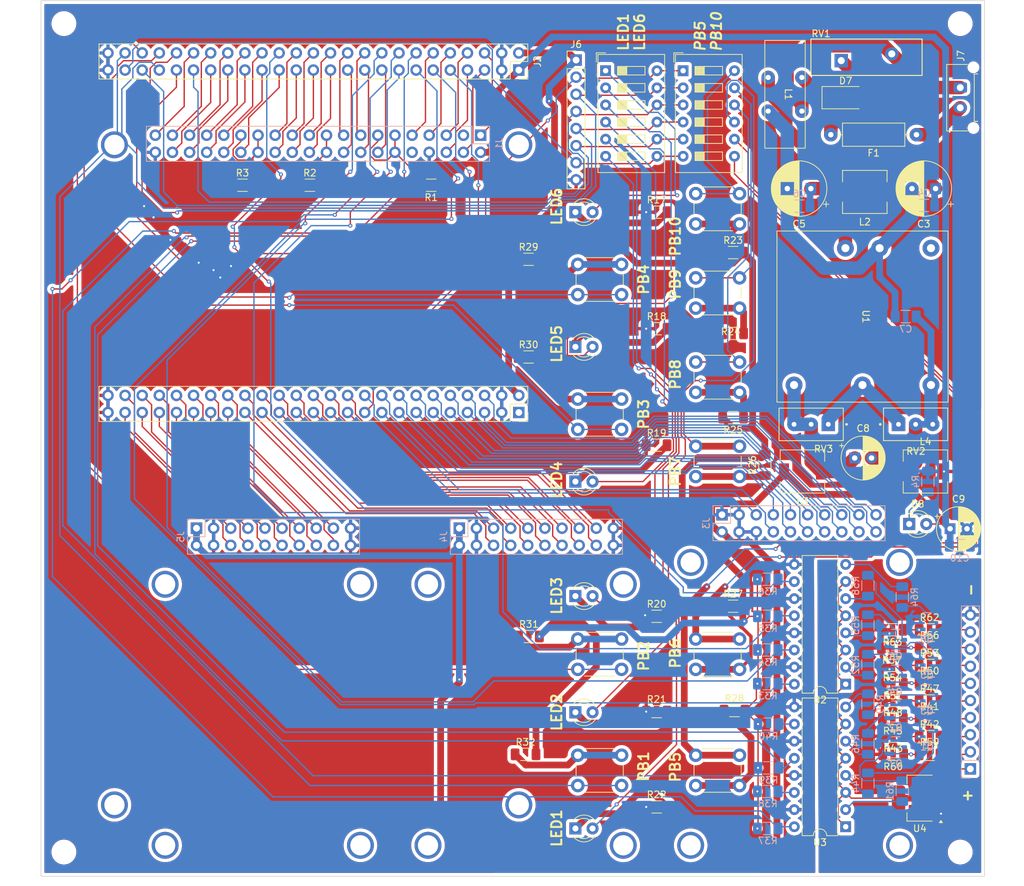
<source format=kicad_pcb>
(kicad_pcb (version 20240108) (generator "pcbnew") (generator_version "8.0")
  (layers (0 "F.Cu" signal) (31 "B.Cu" signal) (34 "B.Paste" user) (35 "F.Paste" user) (36 "B.SilkS" user "B.Silkscreen") (37 "F.SilkS" user "F.Silkscreen") (38 "B.Mask" user) (39 "F.Mask" user) (44 "Edge.Cuts" user))
  (net 0 "")
  (net 1 "+5V")
  (net 2 "/M6")
  (net 3 "/N1")
  (net 4 "/R7")
  (net 5 "GND")
  (net 6 "/L3")
  (net 7 "/L2")
  (net 8 "/U6")
  (net 9 "/N2")
  (net 10 "/T2")
  (net 11 "/P3")
  (net 12 "/V6")
  (net 13 "/U7")
  (net 14 "/K3")
  (net 15 "/M2")
  (net 16 "/V7")
  (net 17 "/U5")
  (net 18 "/K6")
  (net 19 "/T3")
  (net 20 "/K2")
  (net 21 "/T7")
  (net 22 "/K1")
  (net 23 "/P4")
  (net 24 "/T5")
  (net 25 "/K5")
  (net 26 "/M1")
  (net 27 "/L5")
  (net 28 "/U1")
  (net 29 "/N4")
  (net 30 "/R6")
  (net 31 "/V3")
  (net 32 "/R3")
  (net 33 "/U4")
  (net 34 "/V2")
  (net 35 "/P1")
  (net 36 "/J6")
  (net 37 "/J5")
  (net 38 "/T4")
  (net 39 "/V8")
  (net 40 "/L4")
  (net 41 "/J4")
  (net 42 "/R5")
  (net 43 "/U2")
  (net 44 "/M5")
  (net 45 "/V4")
  (net 46 "+3.3V")
  (net 47 "/A17")
  (net 48 "/A15")
  (net 49 "/E16")
  (net 50 "/C18")
  (net 51 "/B11")
  (net 52 "/D16")
  (net 53 "/D14")
  (net 54 "/A12")
  (net 55 "/D10")
  (net 56 "/A10")
  (net 57 "/D11")
  (net 58 "/B9")
  (net 59 "/E18")
  (net 60 "/C12")
  (net 61 "/C13")
  (net 62 "/D13")
  (net 63 "/F14")
  (net 64 "/D9")
  (net 65 "/H16")
  (net 66 "/B14")
  (net 67 "/B16")
  (net 68 "/C16")
  (net 69 "/G16")
  (net 70 "/A9")
  (net 71 "/F17")
  (net 72 "/D18")
  (net 73 "/A14")
  (net 74 "/C14")
  (net 75 "/C11")
  (net 76 "/A13")
  (net 77 "/B15")
  (net 78 "/G17")
  (net 79 "/E17")
  (net 80 "/G15")
  (net 81 "/C17")
  (net 82 "/F18")
  (net 83 "/C9")
  (net 84 "/F15")
  (net 85 "/D15")
  (net 86 "/E13")
  (net 87 "/B17")
  (net 88 "/B10")
  (net 89 "/E15")
  (net 90 "/B12")
  (net 91 "/R1")
  (net 94 "Net-(D6-A)")
  (net 95 "Net-(D2-A)")
  (net 96 "Net-(D4-A)")
  (net 97 "Net-(D1-A)")
  (net 98 "Net-(D3-A)")
  (net 99 "Net-(D5-A)")
  (net 100 "Net-(SW12-Pad11)")
  (net 101 "Net-(SW10-Pad1)")
  (net 102 "Net-(SW12-Pad10)")
  (net 103 "Net-(SW12-Pad12)")
  (net 104 "Net-(SW12-Pad9)")
  (net 105 "Net-(SW12-Pad8)")
  (net 106 "Net-(D1-K)")
  (net 107 "Net-(D2-K)")
  (net 108 "Net-(D3-K)")
  (net 109 "Net-(D4-K)")
  (net 110 "Net-(D5-K)")
  (net 111 "Net-(D6-K)")
  (net 112 "Net-(R23-Pad1)")
  (net 113 "Net-(R24-Pad1)")
  (net 114 "Net-(R25-Pad1)")
  (net 115 "Net-(R26-Pad1)")
  (net 116 "Net-(R27-Pad1)")
  (net 117 "Net-(R28-Pad1)")
  (net 118 "Net-(R29-Pad1)")
  (net 119 "Net-(R30-Pad1)")
  (net 120 "Net-(R31-Pad1)")
  (net 121 "Net-(R32-Pad1)")
  (net 122 "GND1")
  (net 123 "Net-(D7-A)")
  (net 124 "/Power/+12vInput")
  (net 125 "Net-(C3-Pad1)")
  (net 126 "Net-(U1--Vin)")
  (net 127 "Net-(U1-+Vin)")
  (net 128 "Net-(U1--Vout)")
  (net 129 "Net-(U1-+Vout)")
  (net 130 "Net-(J7-Pin_2)")
  (net 132 "Net-(U1-Trim)")
  (net 133 "GND2")
  (net 134 "Net-(Q1-G)")
  (net 135 "Net-(Q1-D)")
  (net 136 "Net-(Q2-G)")
  (net 137 "Net-(Q2-D)")
  (net 138 "Net-(Q3-G)")
  (net 139 "Net-(Q3-D)")
  (net 140 "Net-(Q4-D)")
  (net 141 "Net-(Q4-G)")
  (net 142 "Net-(Q5-D)")
  (net 143 "Net-(Q5-G)")
  (net 144 "Net-(Q6-G)")
  (net 145 "Net-(Q6-D)")
  (net 146 "Net-(Q7-D)")
  (net 147 "Net-(Q7-G)")
  (net 148 "Net-(Q8-D)")
  (net 149 "Net-(Q8-G)")
  (net 150 "VDD")
  (net 151 "Net-(R58-Pad2)")
  (net 152 "Net-(R52-Pad2)")
  (net 153 "Net-(R55-Pad2)")
  (net 154 "Net-(R64-Pad2)")
  (net 155 "Net-(R61-Pad2)")
  (net 156 "Net-(R44-Pad2)")
  (net 157 "Net-(R46-Pad2)")
  (net 158 "Net-(R49-Pad2)")
  (net 159 "Net-(J9-Pin_4)")
  (net 160 "Net-(J9-Pin_3)")
  (net 161 "Net-(J9-Pin_5)")
  (net 162 "Net-(J9-Pin_6)")
  (net 163 "Net-(J9-Pin_7)")
  (net 164 "Net-(J9-Pin_8)")
  (net 165 "Net-(J9-Pin_2)")
  (net 166 "Net-(J9-Pin_9)")
  (net 167 "+VDC")
  (net 169 "/LCD/R0")
  (net 170 "/LCD/G0")
  (net 171 "/LCD/B0")
  (net 172 "Net-(D8-K)")
  (footprint "Resistor_SMD:R_1206_3216Metric_Pad1.30x1.75mm_HandSolder" (layer "F.Cu") (at 149.95 105.642857)
    (property "Reference" "R56")
    (property "Value" "10k")
  )
  (footprint "LED_THT:LED_D3.0mm" (layer "F.Cu") (at 97.4 61)
    (property "Reference" "D2" (hide yes))
    (property "Value" "LED")
  )
  (footprint "Capacitor_THT:CP_Radial_D8.0mm_P3.50mm" (layer "F.Cu") (at 150.84 37.5 180)
    (property "Reference" "C3")
    (property "Value" "100uF*50V")
  )
  (footprint "Resistor_SMD:R_1206_3216Metric_Pad1.30x1.75mm_HandSolder" (layer "F.Cu") (at 48 37)
    (property "Reference" "R3")
    (property "Value" "0")
  )
  (footprint "Resistor_SMD:R_1206_3216Metric_Pad1.30x1.75mm_HandSolder" (layer "F.Cu") (at 120.8 99.5)
    (property "Reference" "R27")
    (property "Value" "10k")
  )
  (footprint "Resistor_SMD:R_1206_3216Metric_Pad1.30x1.75mm_HandSolder" (layer "F.Cu") (at 144.5 116.2 180)
    (property "Reference" "R45")
    (property "Value" "100k")
  )
  (footprint "eec:Bourns_Inc.-MOV-14D471K-MFG" (layer "F.Cu") (at 140.59 18)
    (property "Reference" "RV1")
    (property "Value" "14D560K")
  )
  (footprint "Button_Switch_THT:SW_PUSH_6mm" (layer "F.Cu") (at 115.25 121.625)
    (property "Reference" "SW10" (hide yes))
    (property "Value" "SW_Push")
  )
  (footprint "DPAK:TRIM_3296W-1-203" (layer "F.Cu") (at 132.38 72.5 180)
    (property "Reference" "RV3")
    (property "Value" "R_Potentiometer" (hide yes))
  )
  (footprint "Button_Switch_THT:SW_PUSH_6mm" (layer "F.Cu") (at 115.25 104.375)
    (property "Reference" "SW9" (hide yes))
    (property "Value" "SW_Push")
  )
  (footprint "Button_Switch_THT:SW_PUSH_6mm" (layer "F.Cu") (at 115.25 63.25)
    (property "Reference" "SW7" (hide yes))
    (property "Value" "SW_Push")
  )
  (footprint "Package_DIP:DIP-16_W7.62mm" (layer "F.Cu") (at 137.5 132.24 180)
    (property "Reference" "U3")
    (property "Value" "LTV-847")
  )
  (footprint "Inductor_SMD:L_6.3x6.3_H3" (layer "F.Cu") (at 131.09 79.5 180)
    (property "Reference" "L3")
    (property "Value" "1uH")
  )
  (footprint "Button_Switch_THT:SW_PUSH_6mm" (layer "F.Cu") (at 97.75 68.75)
    (property "Reference" "SW2" (hide yes))
    (property "Value" "SW_Push")
  )
  (footprint "Resistor_SMD:R_1206_3216Metric_Pad1.30x1.75mm_HandSolder" (layer "F.Cu") (at 120.8 47)
    (property "Reference" "R23")
    (property "Value" "10k")
  )
  (footprint "Resistor_SMD:R_1206_3216Metric_Pad1.30x1.75mm_HandSolder" (layer "F.Cu") (at 90 121.5)
    (property "Reference" "R32")
    (property "Value" "10k")
  )
  (footprint "Resistor_SMD:R_1206_3216Metric_Pad1.30x1.75mm_HandSolder" (layer "F.Cu") (at 149.95 110.928571)
    (property "Reference" "R50")
    (property "Value" "10k")
  )
  (footprint "Button_Switch_THT:SW_PUSH_6mm" (layer "F.Cu") (at 115.25 50.75)
    (property "Reference" "SW6" (hide yes))
    (property "Value" "SW_Push")
  )
  (footprint "Resistor_SMD:R_1206_3216Metric_Pad1.30x1.75mm_HandSolder" (layer "F.Cu") (at 149.95 121.5)
    (property "Reference" "R59")
    (property "Value" "10k")
  )
  (footprint "Resistor_SMD:R_1206_3216Metric_Pad1.30x1.75mm_HandSolder" (layer "F.Cu") (at 149.95 103)
    (property "Reference" "R62")
    (property "Value" "10k")
  )
  (footprint "Button_Switch_THT:SW_PUSH_6mm" (layer "F.Cu") (at 115.25 75.75)
    (property "Reference" "SW8" (hide yes))
    (property "Value" "SW_Push")
  )
  (footprint "pcbDAC:FPGA_board" (layer "F.Cu") (at 89 19.9 -90)
    (property "Reference" "J2")
    (property "Value" "FPGA_board")
  )
  (footprint "MountingHole:MountingHole_3.2mm_M3" (layer "F.Cu") (at 21.5 136)
    (property "Reference" "REF**" (hide yes))
    (property "Value" "MountingHole_3.2mm_M3")
  )
  (footprint "Resistor_SMD:R_1206_3216Metric_Pad1.30x1.75mm_HandSolder" (layer "F.Cu") (at 90.45 62.5)
    (property "Reference" "R30")
    (property "Value" "10k")
  )
  (footprint "Button_Switch_THT:SW_PUSH_6mm" (layer "F.Cu") (at 115.25 38.25)
    (property "Reference" "SW5" (hide yes))
    (property "Value" "SW_Push")
  )
  (footprint "Resistor_SMD:R_1206_3216Metric_Pad1.30x1.75mm_HandSolder" (layer "F.Cu") (at 149.95 108.285714)
    (property "Reference" "R53")
    (property "Value" "10k")
  )
  (footprint "PowerLibrary:HLK" (layer "F.Cu") (at 140 56.5 -90)
    (property "Reference" "U1")
    (property "Value" "U")
  )
  (footprint "LED_THT:LED_D3.0mm" (layer "F.Cu") (at 146.925 87.3)
    (property "Reference" "D8")
    (property "Value" "LED")
  )
  (footprint "Resistor_SMD:R_1206_3216Metric_Pad1.30x1.75mm_HandSolder" (layer "F.Cu") (at 144.5 111 180)
    (property "Reference" "R51")
    (property "Value" "100k")
  )
  (footprint "Resistor_SMD:R_1206_3216Metric_Pad1.30x1.75mm_HandSolder" (layer "F.Cu") (at 144.5 113.5 180)
    (property "Reference" "R48")
    (property "Value" "100k")
  )
  (footprint "Connector_PinHeader_2.54mm:PinHeader_1x08_P2.54mm_Vertical" (layer "F.Cu") (at 97.5 18.42)
    (property "Reference" "J6")
    (property "Value" "Conn_01x08")
  )
  (footprint "Button_Switch_THT:SW_PUSH_6mm" (layer "F.Cu") (at 97.75 121.625)
    (property "Reference" "SW4" (hide yes))
    (property "Value" "SW_Push")
  )
  (footprint "Resistor_SMD:R_1206_3216Metric_Pad1.30x1.75mm_HandSolder" (layer "F.Cu") (at 58 37)
    (property "Reference" "R2")
    (property "Value" "0")
  )
  (footprint "Resistor_SMD:R_1206_3216Metric_Pad1.30x1.75mm_HandSolder" (layer "F.Cu") (at 149.95 113.571428)
    (property "Reference" "R47")
    (property "Value" "10k")
  )
  (footprint "Button_Switch_THT:SW_PUSH_6mm" (layer "F.Cu") (at 97.75 104.375)
    (property "Reference" "SW3" (hide yes))
    (property "Value" "SW_Push")
  )
  (footprint "Resistor_SMD:R_1206_3216Metric_Pad1.30x1.75mm_HandSolder" (layer "F.Cu") (at 76 37 180)
    (property "Reference" "R1")
    (property "Value" "0")
  )
  (footprint "Resistor_SMD:R_1206_3216Metric_Pad1.30x1.75mm_HandSolder" (layer "F.Cu") (at 120.8 71.5 180)
    (property "Reference" "R25")
    (property "Value" "10k")
  )
  (footprint "Resistor_SMD:R_1206_3216Metric_Pad1.30x1.75mm_HandSolder" (layer "F.Cu") (at 144.55 121.5 180)
    (property "Reference" "R60")
    (property "Value" "100k")
  )
  (footprint "Package_TO_SOT_SMD:SOT-223-3_TabPin2" (layer "F.Cu") (at 148.5 128 180)
    (property "Reference" "U4")
    (property "Value" "AMS1117-3.3")
  )
  (footprint "Resistor_SMD:R_1206_3216Metric_Pad1.30x1.75mm_HandSolder" (layer "F.Cu") (at 109.45 75.6)
    (property "Reference" "R19")
    (property "Value" "330")
  )
  (footprint "Resistor_SMD:R_1206_3216Metric_Pad1.30x1.75mm_HandSolder" (layer "F.Cu") (at 90.45 48)
    (property "Reference" "R29")
    (property "Value" "10k")
  )
  (footprint "Resistor_THT:R_Axial_DIN0309_L9.0mm_D3.2mm_P12.70mm_Horizontal" (layer "F.Cu") (at 148 29.5 180)
    (property "Reference" "F1")
    (property "Value" "Fuse")
  )
  (footprint "MountingHole:MountingHole_3.2mm_M3" (layer "F.Cu") (at 21.5 13)
    (property "Reference" "REF**" (hide yes))
    (property "Value" "MountingHole_3.2mm_M3")
  )
  (footprint "DPAK:TRIM_3296W-1-203" (layer "F.Cu") (at 147.88 72.5)
    (property "Reference" "RV2")
    (property "Value" "R_Potentiometer" (hide yes))
  )
  (footprint "LED_THT:LED_D3.0mm" (layer "F.Cu") (at 97.4 98)
    (property "Reference" "D4" (hide yes))
    (property "Value" "LED")
  )
  (footprint "Capacitor_THT:CP_Radial_D6.3mm_P2.50mm" (layer "F.Cu") (at 153 88)
    (property "Reference" "C9")
    (property "Value" "220uF*10V")
  )
  (footprint "LED_THT:LED_D3.0mm" (layer "F.Cu") (at 97.4 115.25)
    (property "Reference" "D5" (hide yes))
    (property "Value" "LED")
  )
  (footprint "Connector_Molex:Molex_Micro-Fit_3.0_43650-0215_1x02_P3.00mm_Vertical" (layer "F.Cu") (at 154.5 22.5 -90)
    (property "Reference" "J7")
    (property "Value" "Input")
  )
  (footprint "Resistor_SMD:R_1206_3216Metric_Pad1.30x1.75mm_HandSolder" (layer "F.Cu") (at 109.45 101)
    (property "Reference" "R20")
    (property "Value" "330")
  )
  (footprint "LED_THT:LED_D3.0mm" (layer "F.Cu") (at 97.4 41)
    (property "Reference" "D1" (hide yes))
    (property "Value" "LED")
  )
  (footprint "Button_Switch_THT:SW_DIP_SPSTx06_Slide_9.78x17.42mm_W7.62mm_P2.54mm" (layer "F.Cu") (at 113.38 20)
    (property "Reference" "SW12" (hide yes))
    (property "Value" "SW_DIP_x06")
  )
  (footprint "PowerLibrary:IndRing" (layer "F.Cu") (at 128.5 23.5 -90)
    (property "Reference" "L1")
    (property "Value" "10mH")
  )
  (footprint "Resistor_SMD:R_1206_3216Metric_Pad1.30x1.75mm_HandSolder" (layer "F.Cu") (at 109.45 41)
    (property "Reference" "R17")
    (property "Value" "330")
  )
  (footprint "LED_THT:LED_D3.0mm" (layer "F.Cu") (at 97.4 132.5)
    (property "Reference" "D6" (hide yes))
    (property "Value" "LED")
  )
  (footprint "Diode_SMD:D_SMA" (layer "F.Cu") (at 137.5 24)
    (property "Reference" "D7")
    (property "Value" "SS310")
  )
  (footprint "Package_DIP:DIP-16_W7.62mm" (layer "F.Cu") (at 137.5 111.08 180)
    (property "Reference" "U2")
    (property "Value" "LTV-847")
  )
  (footprint "Resistor_SMD:R_1206_3216Metric_Pad1.30x1.75mm_HandSolder" (layer "F.Cu") (at 121 115)
    (property "Reference" "R28")
    (property "Value" "10k")
  )
  (footprint "Button_Switch_THT:SW_DIP_SPSTx06_Slide_9.78x17.42mm_W7.62mm_P2.54mm" (layer "F.Cu") (at 101.88 20)
    (property "Reference" "SW11" (hide yes))
    (property "Value" "SW_DIP_x06")
  )
  (footprint "Resistor_SMD:R_1206_3216Metric_Pad1.30x1.75mm_HandSolder" (layer "F.Cu") (at 149.95 118.857142)
    (property "Reference" "R42")
    (property "Value" "10k")
  )
  (footprint "Resistor_SMD:R_1206_3216Metric_Pad1.30x1.75mm_HandSolder" (layer "F.Cu") (at 109.45 115.15)
    (property "Reference" "R21")
    (property "Value" "330")
  )
  (footprint "Resistor_SMD:R_1206_3216Metric_Pad1.30x1.75mm_HandSolder" (layer "F.Cu") (at 90.5 104)
    (property "Reference" "R31")
    (property "Value" "10k")
  )
  (footprint "Resistor_SMD:R_1206_3216Metric_Pad1.30x1.75mm_HandSolder" (layer "F.Cu") (at 125.5 78.55 90)
    (property "Reference" "R26")
    (property "Value" "10k")
  )
  (footprint "Resistor_SMD:R_1206_3216Metric_Pad1.30x1.75mm_HandSolder" (layer "F.Cu") (at 144.45 108.3 180)
    (property "Reference" "R54")
    (property "Value" "100k")
  )
  (footprint "MountingHole:MountingHole_3.2mm_M3" (layer "F.Cu") (at 154.5 136)
    (property "Reference" "REF**" (hide yes))
    (property "Value" "MountingHole_3.2mm_M3")
  )
  (footprint "Inductor_SMD:L_6.3x6.3_H3" (layer "F.Cu") (at 149.34 79.5)
    (property "Reference" "L4")
    (property "Value" "1uH")
  )
  (footprint "Resistor_SMD:R_1206_3216Metric_Pad1.30x1.75mm_HandSolder" (layer "F.Cu") (at 144.55 118.8 180)
    (property "Reference" "R43")
    (property "Value" "100k")
  )
  (footprint "MountingHole:MountingHole_3.2mm_M3" (layer "F.Cu") (at 154.5 13)
    (property "Reference" "REF**" (hide yes))
    (property "Value" "MountingHole_3.2mm_M3")
  )
  (footprint "Resistor_SMD:R_1206_3216Metric_Pad1.30x1.75mm_HandSolder" (layer "F.Cu") (at 120.8 59 180)
    (property "Reference" "R24")
    (property "Value" "10k")
  )
  (footprint "Resistor_SMD:R_1206_3216Metric_Pad1.30x1.75mm_HandSolder" (layer "F.Cu") (at 109.45 58.3)
    (property "Reference" "R18")
    (property "Value" "330")
  )
  (footprint "Capacitor_THT:CP_Radial_D8.0mm_P3.50mm" (layer "F.Cu") (at 132.34 37.5 180)
    (property "Reference" "C5")
    (property "Value" "100uF*50V")
  )
  (footprint "LED_THT:LED_D3.0mm" (layer "F.Cu") (at 97.4 81)
    (property "Reference" "D3" (hide yes))
    (property "Value" "LED")
  )
  (footprint "Capacitor_THT:CP_Radial_D6.3mm_P2.50mm" (layer "F.Cu") (at 138.84 77.5)
    (property "Reference" "C8")
    (property "Value" "220uF*10V")
  )
  (footprint "Resistor_SMD:R_1206_3216Metric_Pad1.30x1.75mm_HandSolder" (layer "F.Cu") (at 149.95 116.214285)
    (property "Reference" "R41")
    (property "Value" "10k")
  )
  (footprint "Resistor_SMD:R_1206_3216Metric_Pad1.30x1.75mm_HandSolder" (layer "F.Cu") (at 144.35 105.7 180)
    (property "Reference" "R57")
    (property "Value" "100k")
  )
  (footprint "Inductor_SMD:L_6.3x6.3_H3" (layer "F.Cu") (at 140.34 38 180)
    (property "Reference" "L2")
    (property "Value" "10uH")
  )
  (footprint "Resistor_SMD:R_1206_3216Metric_Pad1.30x1.75mm_HandSolder" (layer "F.Cu") (at 109.45 129.3)
    (property "Reference" "R22")
    (property "Value" "330")
  )
  (footprint "Button_Switch_THT:SW_PUSH_6mm" (layer "F.Cu") (at 97.75 48.75)
    (property "Reference" "SW1" (hide yes))
    (property "Value" "SW_Push")
  )
  (footprint "Resistor_SMD:R_1206_3216Metric_Pad1.30x1.75mm_HandSolder" (layer "F.Cu") (at 144.45 103 180)
    (property "Reference" "R63")
    (property "Value" "100k")
  )
  (footprint "Resistor_SMD:R_1206_3216Metric_Pad1.30x1.75mm_HandSolder" (layer "B.Cu") (at 126.05 117)
    (property "Reference" "R40")
    (property "Value" "1k")
  )
  (footprint "Resistor_SMD:R_1206_3216Metric_Pad1.30x1.75mm_HandSolder" (layer "B.Cu") (at 125.95 132.5)
    (property "Reference" "R37")
    (property "Value" "1k")
  )
  (footprint "Resistor_SMD:R_1206_3216Metric_Pad1.30x1.75mm_HandSolder" (layer "B.Cu") (at 140.8 108.19 -90)
    (property "Reference" "R52")
    (property "Value" "220")
  )
  (footprint "pcbDAC:65M_ADC" (layer "B.Cu") (at 80.175 87.92 -90)
    (property "Reference" "J4")
    (property "Value" "65MADC")
  )
  (footprint "Package_TO_SOT_SMD:SOT-23" (layer "B.Cu") (at 149.5625 118)
    (property "Reference" "Q1")
    (property "Value" "2N7002H")
  )
  (footprint "Resistor_SMD:R_1206_3216Metric_Pad1.30x1.75mm_HandSolder" (layer "B.Cu") (at 140.8 96.45 -90)
    (property "Reference" "R58")
    (property "Value" "220")
  )
  (footprint "Package_TO_SOT_SMD:SOT-23" (layer "B.Cu") (at 149.5625 107.333333)
    (property "Reference" "Q5")
    (property "Value" "2N7002H")
  )
  (footprint "Capacitor_SMD:C_1206_3216Metric_Pad1.33x1.80mm_HandSolder" (layer "B.Cu") (at 130.6375 40.1 180)
    (property "Reference" "C6")
    (property "Value" "1uF*50V")
  )
  (footprint "Resistor_SMD:R_1206_3216Metric_Pad1.30x1.75mm_HandSolder" (layer "B.Cu") (at 125.95 111)
    (property "Reference" "R33")
    (property "Value" "1k")
  )
  (footprint "Package_TO_SOT_SMD:SOT-23" (layer "B.Cu") (at 144.9375 104.5)
    (property "Reference" "Q6")
    (property "Value" "2N7002H")
  )
  (footprint "pcbDAC:165M_DAC" (layer "B.Cu") (at 119.15 85.92 -90)
    (property "Reference" "J3")
    (property "Value" "165MDAC")
  )
  (footprint "Package_TO_SOT_SMD:SOT-23" (layer "B.Cu") (at 144.9375 120.45)
    (property "Reference" "Q7")
    (property "Value" "2N7002H")
  )
  (footprint "Resistor_SMD:R_1206_3216Metric_Pad1.30x1.75mm_HandSolder" (layer "B.Cu") (at 140.8 119.93 -90)
    (property "Reference" "R46")
    (property "Value" "220")
  )
  (footprint "Package_TO_SOT_SMD:SOT-23" (layer "B.Cu") (at 149.5625 102)
    (property "Reference" "Q8")
    (property "Value" "2N7002H")
  )
  (footprint "pcbDAC:LCD" (layer "B.Cu") (at 83.325 29.575 90)
    (property "Reference" "J1")
    (property "Value" "Conn_02x20_Odd_Even")
  )
  (footprint "pcbDAC:65M_ADC" (layer "B.Cu") (at 41.175 87.92 -90)
    (property "Reference" "J5")
    (property "Value" "65MADC")
  )
  (footprint "Resistor_SMD:R_1206_3216Metric_Pad1.30x1.75mm_HandSolder" (layer "B.Cu") (at 125.95 127)
    (property "Reference" "R38")
    (property "Value" "1k")
  )
  (footprint "Resistor_SMD:R_1206_3216Metric_Pad1.30x1.75mm_HandSolder" (layer "B.Cu") (at 126.05 123.5)
    (property "Reference" "R39")
    (property "Value" "1k")
  )
  (footprint "Capacitor_SMD:C_1206_3216Metric_Pad1.33x1.80mm_HandSolder" (layer "B.Cu") (at 149.1375 40 180)
    (property "Reference" "C4")
    (property "Value" "1uF*50V")
  )
  (footprint "Capacitor_SMD:C_1206_3216Metric_Pad1.33x1.80mm_HandSolder" (layer "B.Cu") (at 154.4375 90.5)
    (property "Reference" "C10")
    (property "Value" "1uF*50V")
  )
  (footprint "Resistor_SMD:R_1206_3216Metric_Pad1.30x1.75mm_HandSolder" (layer "B.Cu") (at 145.9 98.15 90)
    (property "Reference" "R64")
    (property "Value" "220")
  )
  (footprint "Connector_PinHeader_2.54mm:PinHeader_1x10_P2.54mm_Vertical" (layer "B.Cu") (at 156 123.66)
    (property "Reference" "J9" (hide yes))
    (property "Value" "Conn_01x10_Pin")
  )
  (footprint "Resistor_SMD:R_1206_3216Metric_Pad1.30x1.75mm_HandSolder" (layer "B.Cu") (at 125.95 106)
    (property "Reference" "R34")
    (property "Value" "1k")
  )
  (footprint "Resistor_SMD:R_1206_3216Metric_Pad1.30x1.75mm_HandSolder" (layer "B.Cu") (at 140.8 125.8 -90)
    (property "Reference" "R44")
    (property "Value" "220")
  )
  (footprint "Resistor_SMD:R_1206_3216Metric_Pad1.30x1.75mm_HandSolder" (layer "B.Cu") (at 140.8 102.32 -90)
    (property "Reference" "R55")
    (property "Value" "220")
  )
  (footprint "Package_TO_SOT_SMD:SOT-23" (layer "B.Cu") (at 144.9375 109.816666)
    (property "Reference" "Q4")
    (property "Value" "2N7002H")
  )
  (footprint "Resistor_SMD:R_1206_3216Metric_Pad1.30x1.75mm_HandSolder" (layer "B.Cu") (at 125.95 95.5)
    (property "Reference" "R36")
    (property "Value" "1k")
  )
  (footprint "Resistor_SMD:R_1206_3216Metric_Pad1.30x1.75mm_HandSolder" (layer "B.Cu") (at 125.95 101)
    (property "Reference" "R35")
    (property "Value" "1k")
  )
  (footprint "Package_TO_SOT_SMD:SOT-23" (layer "B.Cu") (at 144.9375 115.133332)
    (property "Reference" "Q2")
    (property "Value" "2N7002H")
  )
  (footprint "Capacitor_SMD:C_1206_3216Metric_Pad1.33x1.80mm_HandSolder" (layer "B.Cu") (at 146.4025 56.5)
    (property "Reference" "C7")
    (property "Value" "1nF*250V")
  )
  (footprint "Resistor_SMD:R_1206_3216Metric_Pad1.30x1.75mm_HandSolder" (layer "B.Cu") (at 140.8 114.06 90)
    (property "Reference" "R49")
    (property "Value" "220")
  )
  (footprint "Resistor_SMD:R_1206_3216Metric_Pad1.30x1.75mm_HandSolder" (layer "B.Cu") (at 149.7 81 -90)
    (property "Reference" "R4")
    (property "Value" "330")
  )
  (footprint "Resistor_SMD:R_1206_3216Metric_Pad1.30x1.75mm_HandSolder" (layer "B.Cu") (at 145.9 126.95 -90)
    (property "Reference" "R61")
    (property "Value" "220")
  )
  (footprint "Package_TO_SOT_SMD:SOT-23" (layer "B.Cu") (at 149.5625 112.666666)
    (property "Reference" "Q3")
    (property "Value" "2N7002H")
  )
  (gr_rect (start 18.1 9.6) (end 158.1 139.6) (stroke (width 0.1)) (fill none) (layer "Edge.Cuts"))
  (gr_text "PB3" (at 108.4 73.4 90) (layer "F.SilkS") (effects (font (size 1.5 1.5) (thickness 0.3) (bold yes)) (justify left bottom)))
  (gr_text "PB10" (at 113.1 47.7 90) (layer "F.SilkS") (effects (font (size 1.5 1.5) (thickness 0.3) (bold yes)) (justify left bottom)))
  (gr_text "PB8" (at 113.1 67.5 90) (layer "F.SilkS") (effects (font (size 1.5 1.5) (thickness 0.3) (bold yes)) (justify left bottom)))
  (gr_text "-" (at 156.9 98.2 90) (layer "F.SilkS") (effects (font (size 1.5 1.5) (thickness 0.3) (bold yes)) (justify left bottom)))
  (gr_text "PB5\nPB10" (at 119.2 17.3 90) (layer "F.SilkS") (effects (font (size 1.5 1.5) (thickness 0.3) (bold yes) (italic yes)) (justify left bottom)))
  (gr_text "PB7" (at 113.1 81.9 90) (layer "F.SilkS") (effects (font (size 1.5 1.5) (thickness 0.3) (bold yes)) (justify left bottom)))
  (gr_text "LED6" (at 95.5 43.1 90) (layer "F.SilkS") (effects (font (size 1.5 1.5) (thickness 0.3) (bold yes)) (justify left bottom)))
  (gr_text "LED1\nLED6" (at 107.8 17.2 90) (layer "F.SilkS") (effects (font (size 1.5 1.5) (thickness 0.3) (bold yes)) (justify left bottom)))
  (gr_text "LED1" (at 95.5 135.4 90) (layer "F.SilkS") (effects (font (size 1.5 1.5) (thickness 0.3) (bold yes)) (justify left bottom)))
  (gr_text "PB4" (at 108.4 53.4 90) (layer "F.SilkS") (effects (font (size 1.5 1.5) (thickness 0.3) (bold yes)) (justify left bottom)))
  (gr_text "LED5" (at 95.5 63.5 90) (layer "F.SilkS") (effects (font (size 1.5 1.5) (thickness 0.3) (bold yes)) (justify left bottom)))
  (gr_text "LED4" (at 95.5 83.7 90) (layer "F.SilkS") (effects (font (size 1.5 1.5) (thickness 0.3) (bold yes)) (justify left bottom)))
  (gr_text "LED3" (at 95.5 100.9 90) (layer "F.SilkS") (effects (font (size 1.5 1.5) (thickness 0.3) (bold yes)) (justify left bottom)))
  (gr_text "PB2\n" (at 108.4 109.3 90) (layer "F.SilkS") (effects (font (size 1.5 1.5) (thickness 0.3) (bold yes)) (justify left bottom)))
  (gr_text "PB6\n" (at 113.1 108.9 90) (layer "F.SilkS") (effects (font (size 1.5 1.5) (thickness 0.3) (bold yes)) (justify left bottom)))
  (gr_text "+" (at 154.5 128.4 0) (layer "F.SilkS") (effects (font (size 1.5 1.5) (thickness 0.3) (bold yes)) (justify left bottom)))
  (gr_text "PB1" (at 108.4 125.7 90) (layer "F.SilkS") (effects (font (size 1.5 1.5) (thickness 0.3) (bold yes)) (justify left bottom)))
  (gr_text "PB9" (at 113.1 54.1 90) (layer "F.SilkS") (effects (font (size 1.5 1.5) (thickness 0.3) (bold yes)) (justify left bottom)))
  (gr_text "PB5" (at 113.1 125.8 90) (layer "F.SilkS") (effects (font (size 1.5 1.5) (thickness 0.3) (bold yes)) (justify left bottom)))
  (gr_text "LED2" (at 95.5 118.2 90) (layer "F.SilkS") (effects (font (size 1.5 1.5) (thickness 0.3) (bold yes)) (justify left bottom)))
  (segment (start 147.9 82.9) (end 131.74 82.9) (width 1) (layer "F.Cu") (net 1))
  (segment (start 86 22.9) (end 89 19.9) (width 1) (layer "F.Cu") (net 1))
  (segment (start 83.325 32.115) (end 84.527081 32.115) (width 1) (layer "F.Cu") (net 1))
  (segment (start 149.465 87.3) (end 152.3 87.3) (width 0.2) (layer "F.Cu") (net 1))
  (segment (start 80.175 110.825) (end 77.4 113.6) (width 1) (layer "F.Cu") (net 1))
  (segment (start 153 88) (end 147.9 82.9) (width 1) (layer "F.Cu") (net 1))
  (segment (start 80.175 110.375) (end 80.175 110.825) (width 1) (layer "F.Cu") (net 1))
  (segment (start 128.34 79.95) (end 123.99 84.3) (width 1) (layer "F.Cu") (net 1))
  (segment (start 117.6 84.37) (end 117.6 87.402944) (width 1) (layer "F.Cu") (net 1))
  (segment (start 128.34 79.5) (end 128.34 79.95) (width 1) (layer "F.Cu") (net 1))
  (segment (start 86 30.642081) (end 86 22.9) (width 1) (layer "F.Cu") (net 1))
  (segment (start 123.8 138.5) (end 127.3 135) (width 1) (layer "F.Cu") (net 1))
  (segment (start 127.3 135) (end 127.3 93.9) (width 1) (layer "F.Cu") (net 1))
  (segment (start 152.3 87.3) (end 153 88) (width 0.2) (layer "F.Cu") (net 1))
  (segment (start 77.4 113.6) (end 77.4 129.5) (width 1) (layer "F.Cu") (net 1))
  (segment (start 117.67 84.3) (end 117.6 84.37) (width 1) (layer "F.Cu") (net 1))
  (segment (start 123.99 84.3) (end 117.67 84.3) (width 1) (layer "F.Cu") (net 1))
  (segment (start 127.3 93.9) (end 123.41 90.01) (width 1) (layer "F.Cu") (net 1))
  (segment (start 77.4 129.5) (end 86.4 138.5) (width 1) (layer "F.Cu") (net 1))
  (segment (start 123.41 90.01) (end 120.7 90.01) (width 1) (layer "F.Cu") (net 1))
  (segment (start 120.7 90.01) (end 119.15 88.46) (width 1) (layer "F.Cu") (net 1))
  (segment (start 117.6 87.402944) (end 118.657056 88.46) (width 1) (layer "F.Cu") (net 1))
  (segment (start 131.74 82.9) (end 128.34 79.5) (width 1) (layer "F.Cu") (net 1))
  (segment (start 86.4 138.5) (end 123.8 138.5) (width 1) (layer "F.Cu") (net 1))
  (segment (start 118.657056 88.46) (end 119.15 88.46) (width 1) (layer "F.Cu") (net 1))
  (segment (start 84.527081 32.115) (end 86 30.642081) (width 1) (layer "F.Cu") (net 1))
  (via (at 80.175 110.375) (size 0.6) (drill 0.3) (layers "F.Cu" "B.Cu") (net 1))
  (segment (start 89 19.9) (end 93.9 15) (width 1) (layer "B.Cu") (net 1))
  (segment (start 153 88) (end 153 90.375) (width 1) (layer "B.Cu") (net 1))
  (segment (start 93.9 15) (end 150.6 15) (width 1) (layer "B.Cu") (net 1))
  (segment (start 80.5 90.635) (end 80.4 90.735) (width 1) (layer "B.Cu") (net 1))
  (segment (start 80.175 90.46) (end 78.625 92.01) (width 1) (layer "B.Cu") (net 1))
  (segment (start 78.625 92.01) (end 42.725 92.01) (width 1) (layer "B.Cu") (net 1))
  (segment (start 41.175 90.46) (end 41.175 87.92) (width 1) (layer "B.Cu") (net 1))
  (segment (start 153 90.375) (end 152.875 90.5) (width 1) (layer "B.Cu") (net 1))
  (segment (start 150.6 15) (end 152.34 16.74) (width 1) (layer "B.Cu") (net 1))
  (segment (start 42.725 92.01) (end 41.175 90.46) (width 1) (layer "B.Cu") (net 1))
  (segment (start 80.175 90.46) (end 80.175 87.92) (width 1) (layer "B.Cu") (net 1))
  (segment (start 80.175 110.375) (end 80.175 90.46) (width 1) (layer "B.Cu") (net 1))
  (segment (start 152.34 87.34) (end 153 88) (width 1) (layer "B.Cu") (net 1))
  (segment (start 152.34 16.74) (end 152.34 87.34) (width 1) (layer "B.Cu") (net 1))
  (segment (start 48.915 30.965) (end 48.915 27.016372) (width 0.2) (layer "F.Cu") (net 2))
  (segment (start 48.915 27.016372) (end 53.44 22.491372) (width 0.2) (layer "F.Cu") (net 2))
  (segment (start 53.44 22.491372) (end 53.44 19.9) (width 0.2) (layer "F.Cu") (net 2))
  (segment (start 47.765 32.115) (end 48.915 30.965) (width 0.2) (layer "F.Cu") (net 2))
  (segment (start 38.995 30.725) (end 38.995 29.005) (width 0.2) (layer "F.Cu") (net 3))
  (segment (start 37.605 32.115) (end 38.995 30.725) (width 0.2) (layer "F.Cu") (net 3))
  (segment (start 38.995 29.005) (end 43.28 24.72) (width 0.2) (layer "F.Cu") (net 3))
  (segment (start 43.28 24.72) (end 43.28 19.9) (width 0.2) (layer "F.Cu") (net 3))
  (segment (start 77.45 18.75) (end 78.84 17.36) (width 0.2) (layer "F.Cu") (net 4))
  (segment (start 75.705 29.575) (end 77.45 27.83) (width 0.2) (layer "F.Cu") (net 4))
  (segment (start 77.45 27.83) (end 77.45 18.75) (width 0.2) (layer "F.Cu") (net 4))
  (via (at 107.740379 100.840381) (size 0.6) (drill 0.3) (layers "F.Cu" "B.Cu") (net 5))
  (via (at 107.9 41) (size 0.6) (drill 0.3) (layers "F.Cu" "B.Cu") (net 5))
  (via (at 37.3 45.1) (size 0.6) (drill 0.3) (layers "F.Cu" "B.Cu") (net 5))
  (via (at 152.09 79.5) (size 0.6) (drill 0.3) (layers "F.Cu" "B.Cu") (net 5))
  (via (at 107.9 58.3) (size 0.6) (drill 0.3) (layers "F.Cu" "B.Cu") (net 5))
  (via (at 107.9 115.15) (size 0.6) (drill 0.3) (layers "F.Cu" "B.Cu") (net 5))
  (via (at 44.7 50.7) (size 0.6) (drill 0.3) (layers "F.Cu" "B.Cu") (net 5))
  (via (at 34.8 41.75) (size 0.6) (drill 0.3) (layers "F.Cu" "B.Cu") (net 5))
  (via (at 33.4 40.1) (size 0.6) (drill 0.3) (layers "F.Cu" "B.Cu") (net 5))
  (via (at 46.3 49) (size 0.6) (drill 0.3) (layers "F.Cu" "B.Cu") (net 5))
  (via (at 43.7 49.6) (size 0.6) (drill 0.3) (layers "F.Cu" "B.Cu") (net 5))
  (via (at 41.5 48.5) (size 0.6) (drill 0.3) (layers "F.Cu" "B.Cu") (net 5))
  (via (at 107.9 129.3) (size 0.6) (drill 0.3) (layers "F.Cu" "B.Cu") (net 5))
  (segment (start 155.5 90) (end 156 90.5) (width 1) (layer "B.Cu") (net 5))
  (segment (start 155.5 88) (end 155.5 90) (width 1) (layer "B.Cu") (net 5))
  (segment (start 55.375 108.875) (end 23.5 77) (width 0.2) (layer "F.Cu") (net 6))
  (segment (start 31.46 15.7) (end 33.12 17.36) (width 0.2) (layer "F.Cu") (net 6))
  (segment (start 27.5 15.7) (end 31.46 15.7) (width 0.2) (layer "F.Cu") (net 6))
  (segment (start 23.5 77) (end 23.5 19.7) (width 0.2) (layer "F.Cu") (net 6))
  (segment (start 97.75 108.875) (end 55.375 108.875) (width 0.2) (layer "F.Cu") (net 6))
  (segment (start 23.5 19.7) (end 27.5 15.7) (width 0.2) (layer "F.Cu") (net 6))
  (segment (start 97.75 108.875) (end 104.25 108.875) (width 0.2) (layer "B.Cu") (net 6))
  (segment (start 97.64 31.26) (end 97.5 31.12) (width 0.2) (layer "F.Cu") (net 7))
  (segment (start 109.5 30.16) (end 108.4 31.26) (width 0.2) (layer "F.Cu") (net 7))
  (segment (start 108.4 31.26) (end 97.64 31.26) (width 0.2) (layer "F.Cu") (net 7))
  (segment (start 113.38 30.16) (end 109.5 30.16) (width 0.2) (layer "F.Cu") (net 7))
  (segment (start 38.3 40) (end 36.3 38) (width 0.2) (layer "B.Cu") (net 7))
  (segment (start 94.399999 38.665686) (end 93.065685 40) (width 0.2) (layer "B.Cu") (net 7))
  (segment (start 97.4 38.665686) (end 94.399999 38.665686) (width 0.2) (layer "B.Cu") (net 7))
  (segment (start 99.3 32.92) (end 99.3 36.765686) (width 0.2) (layer "B.Cu") (net 7))
  (segment (start 99.3 36.765686) (end 97.4 38.665686) (width 0.2) (layer "B.Cu") (net 7))
  (segment (start 36.3 23.08) (end 33.12 19.9) (width 0.2) (layer "B.Cu") (net 7))
  (segment (start 93.065685 40) (end 38.3 40) (width 0.2) (layer "B.Cu") (net 7))
  (segment (start 36.3 38) (end 36.3 23.08) (width 0.2) (layer "B.Cu") (net 7))
  (segment (start 97.5 31.12) (end 99.3 32.92) (width 0.2) (layer "B.Cu") (net 7))
  (segment (start 70 35) (end 64 41) (width 0.2) (layer "F.Cu") (net 8))
  (segment (start 64 41) (end 64 43) (width 0.2) (layer "F.Cu") (net 8))
  (segment (start 71 20.12) (end 71.22 19.9) (width 0.2) (layer "F.Cu") (net 8))
  (via (at 64 43) (size 0.6) (drill 0.3) (layers "F.Cu" "B.Cu") (net 8))
  (via (at 70 35) (size 0.6) (drill 0.3) (layers "F.Cu" "B.Cu") (net 8))
  (segment (start 129.88 100.92) (end 127.58 100.92) (width 0.2) (layer "B.Cu") (net 8))
  (segment (start 86.645 100.345) (end 92.1 105.8) (width 0.2) (layer "B.Cu") (net 8))
  (segment (start 70 35) (end 69.475 34.475) (width 0.2) (layer "B.Cu") (net 8))
  (segment (start 58.185442 43) (end 49.7 51.485442) (width 0.2) (layer "B.Cu") (net 8))
  (segment (start 49.7 81.5) (end 53.8 85.6) (width 0.2) (layer "B.Cu") (net 8))
  (segment (start 127.58 100.92) (end 127.5 101) (width 0.2) (layer "B.Cu") (net 8))
  (segment (start 69.475 22.847081) (end 71.22 21.102081) (width 0.2) (layer "B.Cu") (net 8))
  (segment (start 49.7 51.485442) (end 49.7 81.5) (width 0.2) (layer "B.Cu") (net 8))
  (segment (start 122.7 105.8) (end 127.5 101) (width 0.2) (layer "B.Cu") (net 8))
  (segment (start 53.8 85.6) (end 84.6 85.6) (width 0.2) (layer "B.Cu") (net 8))
  (segment (start 69.475 34.475) (end 69.475 22.847081) (width 0.2) (layer "B.Cu") (net 8))
  (segment (start 84.6 85.6) (end 86.645 87.645) (width 0.2) (layer "B.Cu") (net 8))
  (segment (start 92.1 105.8) (end 122.7 105.8) (width 0.2) (layer "B.Cu") (net 8))
  (segment (start 71.22 21.102081) (end 71.22 19.9) (width 0.2) (layer "B.Cu") (net 8))
  (segment (start 86.645 87.645) (end 86.645 100.345) (width 0.2) (layer "B.Cu") (net 8))
  (segment (start 64 43) (end 58.185442 43) (width 0.2) (layer "B.Cu") (net 8))
  (segment (start 41.89 25.29) (end 41.89 18.75) (width 0.2) (layer "F.Cu") (net 9))
  (segment (start 37.605 29.575) (end 41.89 25.29) (width 0.2) (layer "F.Cu") (net 9))
  (segment (start 41.89 18.75) (end 43.28 17.36) (width 0.2) (layer "F.Cu") (net 9))
  (segment (start 57.13 18.75) (end 58.52 17.36) (width 0.2) (layer "F.Cu") (net 10))
  (segment (start 57.13 27.83) (end 57.13 18.75) (width 0.2) (layer "F.Cu") (net 10))
  (segment (start 58.52 17.925686) (end 58.52 17.36) (width 0.2) (layer "F.Cu") (net 10))
  (segment (start 55.385 29.575) (end 57.13 27.83) (width 0.2) (layer "F.Cu") (net 10))
  (segment (start 54.59 18.75) (end 55.98 17.36) (width 0.2) (layer "F.Cu") (net 11))
  (segment (start 52.845 29.575) (end 54.59 27.83) (width 0.2) (layer "F.Cu") (net 11))
  (segment (start 54.59 27.83) (end 54.59 18.75) (width 0.2) (layer "F.Cu") (net 11))
  (segment (start 79.99 18.75) (end 81.38 17.36) (width 0.2) (layer "F.Cu") (net 12))
  (segment (start 79.99 27.83) (end 79.99 18.75) (width 0.2) (layer "F.Cu") (net 12))
  (segment (start 78.245 29.575) (end 79.99 27.83) (width 0.2) (layer "F.Cu") (net 12))
  (segment (start 79.635 29.098654) (end 81.38 27.353654) (width 0.2) (layer "F.Cu") (net 13))
  (segment (start 78.245 32.115) (end 79.635 30.725) (width 0.2) (layer "F.Cu") (net 13))
  (segment (start 79.635 30.725) (end 79.635 29.098654) (width 0.2) (layer "F.Cu") (net 13))
  (segment (start 81.38 27.353654) (end 81.38 19.9) (width 0.2) (layer "F.Cu") (net 13))
  (segment (start 44.075 28.925) (end 48.36 24.64) (width 0.2) (layer "F.Cu") (net 14))
  (segment (start 44.075 30.725) (end 44.075 28.925) (width 0.2) (layer "F.Cu") (net 14))
  (segment (start 48.36 24.64) (end 48.36 19.9) (width 0.2) (layer "F.Cu") (net 14))
  (segment (start 42.685 32.115) (end 44.075 30.725) (width 0.2) (layer "F.Cu") (net 14))
  (segment (start 97.98 26.52) (end 108.06 26.52) (width 0.2) (layer "F.Cu") (net 15))
  (segment (start 108.06 26.52) (end 109.5 25.08) (width 0.2) (layer "F.Cu") (net 15))
  (segment (start 97.5 26.04) (end 97.98 26.52) (width 0.2) (layer "F.Cu") (net 15))
  (segment (start 109.5 25.08) (end 113.38 25.08) (width 0.2) (layer "F.Cu") (net 15))
  (segment (start 43.053654 39.5) (end 93 39.5) (width 0.2) (layer "B.Cu") (net 15))
  (segment (start 96.35 27.19) (end 97.5 26.04) (width 0.2) (layer "B.Cu") (net 15))
  (segment (start 97.023654 32.27) (end 96.35 31.596346) (width 0.2) (layer "B.Cu") (net 15))
  (segment (start 41.4 37.846346) (end 43.053654 39.5) (width 0.2) (layer "B.Cu") (net 15))
  (segment (start 40.74 19.9) (end 40.74 22.44) (width 0.2) (layer "B.Cu") (net 15))
  (segment (start 40.74 22.44) (end 41.4 23.1) (width 0.2) (layer "B.Cu") (net 15))
  (segment (start 97.77 32.27) (end 97.023654 32.27) (width 0.2) (layer "B.Cu") (net 15))
  (segment (start 98.65 33.15) (end 97.77 32.27) (width 0.2) (layer "B.Cu") (net 15))
  (segment (start 96.35 31.596346) (end 96.35 27.19) (width 0.2) (layer "B.Cu") (net 15))
  (segment (start 93 39.5) (end 94.234314 38.265686) (width 0.2) (layer "B.Cu") (net 15))
  (segment (start 97.234314 38.265686) (end 98.65 36.85) (width 0.2) (layer "B.Cu") (net 15))
  (segment (start 98.65 36.85) (end 98.65 33.15) (width 0.2) (layer "B.Cu") (net 15))
  (segment (start 41.4 23.1) (end 41.4 37.846346) (width 0.2) (layer "B.Cu") (net 15))
  (segment (start 94.234314 38.265686) (end 97.234314 38.265686) (width 0.2) (layer "B.Cu") (net 15))
  (segment (start 85.07 18.51) (end 83.92 17.36) (width 0.2) (layer "F.Cu") (net 16))
  (segment (start 85.07 27.83) (end 85.07 18.51) (width 0.2) (layer "F.Cu") (net 16))
  (segment (start 83.325 29.575) (end 85.07 27.83) (width 0.2) (layer "F.Cu") (net 16))
  (segment (start 21.2 52.4) (end 22.5 51.1) (width 0.2) (layer "F.Cu") (net 17))
  (segment (start 68 35) (end 61.7 41.3) (width 0.2) (layer "F.Cu") (net 17))
  (segment (start 61.7 41.3) (end 61.7 41.4) (width 0.2) (layer "F.Cu") (net 17))
  (segment (start 19.8 52.4) (end 21.2 52.4) (width 0.2) (layer "F.Cu") (net 17))
  (via (at 22.5 51.1) (size 0.6) (drill 0.3) (layers "F.Cu" "B.Cu") (net 17))
  (via (at 61.7 41.4) (size 0.6) (drill 0.3) (layers "F.Cu" "B.Cu") (net 17))
  (via (at 19.8 52.4) (size 0.6) (drill 0.3) (layers "F.Cu" "B.Cu") (net 17))
  (via (at 68 35) (size 0.6) (drill 0.3) (layers "F.Cu" "B.Cu") (net 17))
  (segment (start 70.07 20.93) (end 70.07 18.51) (width 0.2) (layer "B.Cu") (net 17))
  (segment (start 56.1 42.4) (end 57.1 41.4) (width 0.2) (layer "B.Cu") (net 17))
  (segment (start 19.8 95.1) (end 52.5 127.8) (width 0.2) (layer "B.Cu") (net 17))
  (segment (start 22.5 51.1) (end 31.2 42.4) (width 0.2) (layer "B.Cu") (net 17))
  (segment (start 57.1 41.4) (end 61.7 41.4) (width 0.2) (layer "B.Cu") (net 17))
  (segment (start 19.8 52.4) (end 19.8 95.1) (width 0.2) (layer "B.Cu") (net 17))
  (segment (start 124.9 129.9) (end 127.5 132.5) (width 0.2) (layer "B.Cu") (net 17))
  (segment (start 129.88 132.24) (end 127.76 132.24) (width 0.2) (layer "B.Cu") (net 17))
  (segment (start 52.5 127.8) (end 113.1 127.8) (width 0.2) (layer "B.Cu") (net 17))
  (segment (start 68 35) (end 66.935 33.935) (width 0.2) (layer "B.Cu") (net 17))
  (segment (start 113.1 127.8) (end 115.2 129.9) (width 0.2) (layer "B.Cu") (net 17))
  (segment (start 66.935 24.065) (end 70.07 20.93) (width 0.2) (layer "B.Cu") (net 17))
  (segment (start 70.07 18.51) (end 71.22 17.36) (width 0.2) (layer "B.Cu") (net 17))
  (segment (start 31.2 42.4) (end 56.1 42.4) (width 0.2) (layer "B.Cu") (net 17))
  (segment (start 66.935 33.935) (end 66.935 24.065) (width 0.2) (layer "B.Cu") (net 17))
  (segment (start 115.2 129.9) (end 124.9 129.9) (width 0.2) (layer "B.Cu") (net 17))
  (segment (start 127.76 132.24) (end 127.5 132.5) (width 0.2) (layer "B.Cu") (net 17))
  (segment (start 30.343654 18.51) (end 29.43 19.423654) (width 0.2) (layer "F.Cu") (net 18))
  (segment (start 24.5 25.306346) (end 24.5 38.5) (width 0.2) (layer "F.Cu") (net 18))
  (segment (start 29.43 19.423654) (end 29.43 20.376346) (width 0.2) (layer "F.Cu") (net 18))
  (segment (start 24.5 38.5) (end 40.8 54.8) (width 0.2) (layer "F.Cu") (net 18))
  (segment (start 29.43 20.376346) (end 24.5 25.306346) (width 0.2) (layer "F.Cu") (net 18))
  (segment (start 40.8 54.8) (end 54.95 54.8) (width 0.2) (layer "F.Cu") (net 18))
  (segment (start 35.66 17.36) (end 34.51 18.51) (width 0.2) (layer "F.Cu") (net 18))
  (segment (start 34.51 18.51) (end 30.343654 18.51) (width 0.2) (layer "F.Cu") (net 18))
  (via (at 54.95 54.8) (size 0.6) (drill 0.3) (layers "F.Cu" "B.Cu") (net 18))
  (segment (start 97.75 73.25) (end 79.3 54.8) (width 0.2) (layer "B.Cu") (net 18))
  (segment (start 79.3 54.8) (end 54.95 54.8) (width 0.2) (layer "B.Cu") (net 18))
  (segment (start 97.75 73.25) (end 104.25 73.25) (width 0.2) (layer "B.Cu") (net 18))
  (segment (start 57.925 29.575) (end 59.67 27.83) (width 0.2) (layer "F.Cu") (net 19))
  (segment (start 59.67 27.83) (end 59.67 18.75) (width 0.2) (layer "F.Cu") (net 19))
  (segment (start 59.67 18.75) (end 61.06 17.36) (width 0.2) (layer "F.Cu") (net 19))
  (segment (start 97.64 33.8) (end 97.5 33.66) (width 0.2) (layer "F.Cu") (net 20))
  (segment (start 113.38 32.7) (end 109.5 32.7) (width 0.2) (layer "F.Cu") (net 20))
  (segment (start 109.5 32.7) (end 108.4 33.8) (width 0.2) (layer "F.Cu") (net 20))
  (segment (start 108.4 33.8) (end 97.64 33.8) (width 0.2) (layer "F.Cu") (net 20))
  (segment (start 83.986346 15.8) (end 32.813654 15.8) (width 0.2) (layer "B.Cu") (net 20))
  (segment (start 32.813654 15.8) (end 31.73 16.883654) (width 0.2) (layer "B.Cu") (net 20))
  (segment (start 85.07 16.883654) (end 83.986346 15.8) (width 0.2) (layer "B.Cu") (net 20))
  (segment (start 97.5 33.66) (end 85.07 21.23) (width 0.2) (layer "B.Cu") (net 20))
  (segment (start 85.07 21.23) (end 85.07 16.883654) (width 0.2) (layer "B.Cu") (net 20))
  (segment (start 31.73 16.883654) (end 31.73 18.75) (width 0.2) (layer "B.Cu") (net 20))
  (segment (start 31.73 18.75) (end 30.58 19.9) (width 0.2) (layer "B.Cu") (net 20))
  (segment (start 47.565686 45.3) (end 40.4 45.3) (width 0.2) (layer "F.Cu") (net 21))
  (segment (start 83 37) (end 83 44) (width 0.2) (layer "F.Cu") (net 21))
  (segment (start 70.240256 47.15) (end 49.415686 47.15) (width 0.2) (layer "F.Cu") (net 21))
  (segment (start 49.415686 47.15) (end 47.565686 45.3) (width 0.2) (layer "F.Cu") (net 21))
  (segment (start 72.140256 45.25) (end 70.240256 47.15) (width 0.2) (layer "F.Cu") (net 21))
  (segment (start 81.75 45.25) (end 72.140256 45.25) (width 0.2) (layer "F.Cu") (net 21))
  (segment (start 83 44) (end 81.75 45.25) (width 0.2) (layer "F.Cu") (net 21))
  (via (at 40.4 45.3) (size 0.6) (drill 0.3) (layers "F.Cu" "B.Cu") (net 21))
  (via (at 83 37) (size 0.6) (drill 0.3) (layers "F.Cu" "B.Cu") (net 21))
  (segment (start 26.5 90.5) (end 26.5 59.2) (width 0.2) (layer "B.Cu") (net 21))
  (segment (start 82 32.416346) (end 82 23.06) (width 0.2) (layer "B.Cu") (net 21))
  (segment (start 82 23.06) (end 78.84 19.9) (width 0.2) (layer "B.Cu") (net 21))
  (segment (start 83 37) (end 83 33.416346) (width 0.2) (layer "B.Cu") (net 21))
  (segment (start 127.6 117.875) (end 127.275 118.2) (width 0.2) (layer "B.Cu") (net 21))
  (segment (start 127.275 118.2) (end 54.2 118.2) (width 0.2) (layer "B.Cu") (net 21))
  (segment (start 54.2 118.2) (end 26.5 90.5) (width 0.2) (layer "B.Cu") (net 21))
  (segment (start 26.5 59.2) (end 40.4 45.3) (width 0.2) (layer "B.Cu") (net 21))
  (segment (start 83 33.416346) (end 82 32.416346) (width 0.2) (layer "B.Cu") (net 21))
  (segment (start 127.6 117) (end 129.88 117) (width 0.2) (layer "B.Cu") (net 21))
  (segment (start 127.6 117) (end 127.6 117.875) (width 0.2) (layer "B.Cu") (net 21))
  (segment (start 29.43 30.17) (end 20.9 38.7) (width 0.2) (layer "B.Cu") (net 22))
  (segment (start 20.9 38.7) (end 20.9 89) (width 0.2) (layer "B.Cu") (net 22))
  (segment (start 58.025 126.125) (end 97.75 126.125) (width 0.2) (layer "B.Cu") (net 22))
  (segment (start 29.43 18.51) (end 29.43 30.17) (width 0.2) (layer "B.Cu") (net 22))
  (segment (start 97.75 126.125) (end 104.25 126.125) (width 0.2) (layer "B.Cu") (net 22))
  (segment (start 30.58 17.36) (end 29.43 18.51) (width 0.2) (layer "B.Cu") (net 22))
  (segment (start 20.9 89) (end 58.025 126.125) (width 0.2) (layer "B.Cu") (net 22))
  (segment (start 59.075 30.965) (end 59.075 29.075) (width 0.2) (layer "F.Cu") (net 23))
  (segment (start 61.06 27.09) (end 61.06 19.9) (width 0.2) (layer "F.Cu") (net 23))
  (segment (start 59.075 29.075) (end 61.06 27.09) (width 0.2) (layer "F.Cu") (net 23))
  (segment (start 61.1 19.94) (end 61.06 19.9) (width 0.2) (layer "F.Cu") (net 23))
  (segment (start 57.925 32.115) (end 59.075 30.965) (width 0.2) (layer "F.Cu") (net 23))
  (segment (start 73.165 29.575) (end 75.15 27.59) (width 0.2) (layer "F.Cu") (net 24))
  (segment (start 75.15 27.59) (end 75.15 18.51) (width 0.2) (layer "F.Cu") (net 24))
  (segment (start 75.15 18.51) (end 76.3 17.36) (width 0.2) (layer "F.Cu") (net 24))
  (segment (start 42.685 29.575) (end 47.21 25.05) (width 0.2) (layer "F.Cu") (net 25))
  (segment (start 47.21 25.05) (end 47.21 18.51) (width 0.2) (layer "F.Cu") (net 25))
  (segment (start 47.21 18.51) (end 48.36 17.36) (width 0.2) (layer "F.Cu") (net 25))
  (segment (start 35.065 29.575) (end 39.35 25.29) (width 0.2) (layer "F.Cu") (net 26))
  (segment (start 39.35 25.29) (end 39.35 18.75) (width 0.2) (layer "F.Cu") (net 26))
  (segment (start 39.35 18.75) (end 40.74 17.36) (width 0.2) (layer "F.Cu") (net 26))
  (segment (start 46.615 28.750686) (end 50.9 24.465686) (width 0.2) (layer "F.Cu") (net 27))
  (segment (start 45.225 32.115) (end 46.615 30.725) (width 0.2) (layer "F.Cu") (net 27))
  (segment (start 46.615 30.725) (end 46.615 28.750686) (width 0.2) (layer "F.Cu") (net 27))
  (segment (start 50.9 24.465686) (end 50.9 19.9) (width 0.2) (layer "F.Cu") (net 27))
  (segment (start 62.45 18.51) (end 63.6 17.36) (width 0.2) (layer "F.Cu") (net 28))
  (segment (start 63.005 29.575) (end 62.45 29.02) (width 0.2) (layer "F.Cu") (net 28))
  (segment (start 62.45 29.02) (end 62.45 18.51) (width 0.2) (layer "F.Cu") (net 28))
  (segment (start 53.995 29.005) (end 55.98 27.02) (width 0.2) (layer "F.Cu") (net 29))
  (segment (start 52.845 32.115) (end 53.995 30.965) (width 0.2) (layer "F.Cu") (net 29))
  (segment (start 55.98 27.02) (end 55.98 19.9) (width 0.2) (layer "F.Cu") (net 29))
  (segment (start 53.995 30.965) (end 53.995 29.005) (width 0.2) (layer "F.Cu") (net 29))
  (segment (start 39.9 44.55) (end 39.7 44.75) (width 0.2) (layer "F.Cu") (net 30))
  (segment (start 81.7 35) (end 81.7 43.609744) (width 0.2) (layer "F.Cu") (net 30))
  (segment (start 81.7 43.609744) (end 80.759744 44.55) (width 0.2) (layer "F.Cu") (net 30))
  (segment (start 80.759744 44.55) (end 39.9 44.55) (width 0.2) (layer "F.Cu") (net 30))
  (via (at 81.7 35) (size 0.6) (drill 0.3) (layers "F.Cu" "B.Cu") (net 30))
  (via (at 39.7 44.75) (size 0.6) (drill 0.3) (layers "F.Cu" "B.Cu") (net 30))
  (segment (start 129.88 122.08) (end 128.46 123.5) (width 0.2) (layer "B.Cu") (net 30))
  (segment (start 81.7 35) (end 79.635 32.935) (width 0.2) (layer "B.Cu") (net 30))
  (segment (start 39.4 44.75) (end 39.7 44.75) (width 0.2) (layer "B.Cu") (net 30))
  (segment (start 128.46 123.5) (end 127.6 123.5) (width 0.2) (layer "B.Cu") (net 30))
  (segment (start 53.865686 119.5) (end 26.1 91.734314) (width 0.2) (layer "B.Cu") (net 30))
  (segment (start 127.6 122.625) (end 124.475 119.5) (width 0.2) (layer "B.Cu") (net 30))
  (segment (start 127.6 123.5) (end 127.6 122.625) (width 0.2) (layer "B.Cu") (net 30))
  (segment (start 26.1 58.05) (end 39.4 44.75) (width 0.2) (layer "B.Cu") (net 30))
  (segment (start 124.475 119.5) (end 53.865686 119.5) (width 0.2) (layer "B.Cu") (net 30))
  (segment (start 79.635 32.935) (end 79.635 23.235) (width 0.2) (layer "B.Cu") (net 30))
  (segment (start 26.1 91.734314) (end 26.1 58.05) (width 0.2) (layer "B.Cu") (net 30))
  (segment (start 79.635 23.235) (end 76.3 19.9) (width 0.2) (layer "B.Cu") (net 30))
  (segment (start 65.545 32.115) (end 66.695 30.965) (width 0.2) (layer "F.Cu") (net 31))
  (segment (start 66.695 30.965) (end 66.695 20.455) (width 0.2) (layer "F.Cu") (net 31))
  (segment (start 66.695 20.455) (end 66.14 19.9) (width 0.2) (layer "F.Cu") (net 31))
  (segment (start 56.535 28.990686) (end 58.52 27.005686) (width 0.2) (layer "F.Cu") (net 32))
  (segment (start 58.52 27.005686) (end 58.52 19.9) (width 0.2) (layer "F.Cu") (net 32))
  (segment (start 55.385 32.115) (end 56.535 30.965) (width 0.2) (layer "F.Cu") (net 32))
  (segment (start 56.535 30.965) (end 56.535 28.990686) (width 0.2) (layer "F.Cu") (net 32))
  (segment (start 64 35) (end 57.313942 41.686058) (width 0.2) (layer "F.Cu") (net 33))
  (segment (start 57.313942 41.686058) (end 57.313942 42.670984) (width 0.2) (layer "F.Cu") (net 33))
  (via (at 57.313942 42.670984) (size 0.6) (drill 0.3) (layers "F.Cu" "B.Cu") (net 33))
  (via (at 64 35) (size 0.6) (drill 0.3) (layers "F.Cu" "B.Cu") (net 33))
  (segment (start 64 35) (end 64.3 34.7) (width 0.2) (layer "B.Cu") (net 33))
  (segment (start 36.81 87.81) (end 36.81 62.974925) (width 0.2) (layer "B.Cu") (net 33))
  (segment (start 122.9 110.6) (end 85.3 110.6) (width 0.2) (layer "B.Cu") (net 33))
  (segment (start 67.53 20.47) (end 67.53 18.51) (width 0.2) (layer "B.Cu") (net 33))
  (segment (start 36.81 62.974925) (end 57.113941 42.670984) (width 0.2) (layer "B.Cu") (net 33))
  (segment (start 129.88 106) (end 127.5 106) (width 0.2) (layer "B.Cu") (net 33))
  (segment (start 127.5 106) (end 122.9 110.6) (width 0.2) (layer "B.Cu") (net 33))
  (segment (start 64.3 23.7) (end 67.53 20.47) (width 0.2) (layer "B.Cu") (net 33))
  (segment (start 85.3 110.6) (end 82.201041 113.698959) (width 0.2) (layer "B.Cu") (net 33))
  (segment (start 64.3 34.7) (end 64.3 23.7) (width 0.2) (layer "B.Cu") (net 33))
  (segment (start 67.53 18.51) (end 68.68 17.36) (width 0.2) (layer "B.Cu") (net 33))
  (segment (start 62.698959 113.698959) (end 36.81 87.81) (width 0.2) (layer "B.Cu") (net 33))
  (segment (start 82.201041 113.698959) (end 62.698959 113.698959) (width 0.2) (layer "B.Cu") (net 33))
  (segment (start 57.113941 42.670984) (end 57.313942 42.670984) (width 0.2) (layer "B.Cu") (net 33))
  (segment (start 64.99 18.51) (end 66.14 17.36) (width 0.2) (layer "F.Cu") (net 34))
  (segment (start 64.99 29.02) (end 64.99 18.51) (width 0.2) (layer "F.Cu") (net 34))
  (segment (start 65.545 29.575) (end 64.99 29.02) (width 0.2) (layer "F.Cu") (net 34))
  (segment (start 45.82 24.465686) (end 45.82 19.9) (width 0.2) (layer "F.Cu") (net 35))
  (segment (start 40.145 32.115) (end 41.535 30.725) (width 0.2) (layer "F.Cu") (net 35))
  (segment (start 41.535 30.725) (end 41.535 28.750686) (width 0.2) (layer "F.Cu") (net 35))
  (segment (start 41.535 28.750686) (end 45.82 24.465686) (width 0.2) (layer "F.Cu") (net 35))
  (segment (start 109.5 27.62) (end 108.4 28.72) (width 0.2) (layer "F.Cu") (net 36))
  (segment (start 108.4 28.72) (end 97.64 28.72) (width 0.2) (layer "F.Cu") (net 36))
  (segment (start 113.38 27.62) (end 109.5 27.62) (width 0.2) (layer "F.Cu") (net 36))
  (segment (start 97.64 28.72) (end 97.5 28.58) (width 0.2) (layer "F.Cu") (net 36))
  (segment (start 34.51 18.75) (end 35.66 19.9) (width 0.2) (layer "B.Cu") (net 36))
  (segment (start 30.1 22.7) (end 31.73 21.07) (width 0.2) (layer "B.Cu") (net 36))
  (segment (start 99.8 37.2) (end 97.9 39.1) (width 0.2) (layer "B.Cu") (net 36))
  (segment (start 30.1 30.13137) (end 30.1 22.7) (width 0.2) (layer "B.Cu") (net 36))
  (segment (start 32.325 36.456371) (end 32.325 32.35637) (width 0.2) (layer "B.Cu") (net 36))
  (segment (start 32.643654 18.75) (end 34.51 18.75) (width 0.2) (layer "B.Cu") (net 36))
  (segment (start 31.73 19.663654) (end 32.643654 18.75) (width 0.2) (layer "B.Cu") (net 36))
  (segment (start 36.268629 40.4) (end 32.325 36.456371) (width 0.2) (layer "B.Cu") (net 36))
  (segment (start 97.9 39.1) (end 94.531371 39.1) (width 0.2) (layer "B.Cu") (net 36))
  (segment (start 94.531371 39.1) (end 93.231371 40.4) (width 0.2) (layer "B.Cu") (net 36))
  (segment (start 99.8 30.88) (end 99.8 37.2) (width 0.2) (layer "B.Cu") (net 36))
  (segment (start 93.231371 40.4) (end 36.268629 40.4) (width 0.2) (layer "B.Cu") (net 36))
  (segment (start 97.5 28.58) (end 99.8 30.88) (width 0.2) (layer "B.Cu") (net 36))
  (segment (start 31.73 21.07) (end 31.73 19.663654) (width 0.2) (layer "B.Cu") (net 36))
  (segment (start 32.325 32.35637) (end 30.1 30.13137) (width 0.2) (layer "B.Cu") (net 36))
  (segment (start 97.64 23.64) (end 108.4 23.64) (width 0.2) (layer "F.Cu") (net 37))
  (segment (start 108.4 23.64) (end 109.5 22.54) (width 0.2) (layer "F.Cu") (net 37))
  (segment (start 33.1 38) (end 36.15 41.05) (width 0.2) (layer "F.Cu") (net 37))
  (segment (start 36.15 41.05) (end 38.3 41.05) (width 0.2) (layer "F.Cu") (net 37))
  (segment (start 113.38 22.54) (end 109.5 22.54) (width 0.2) (layer "F.Cu") (net 37))
  (segment (start 33.1 27.54) (end 38.2 22.44) (width 0.2) (layer "F.Cu") (net 37))
  (segment (start 38.2 22.44) (end 38.2 19.9) (width 0.2) (layer "F.Cu") (net 37))
  (segment (start 33.1 27.54) (end 33.1 38) (width 0.2) (layer "F.Cu") (net 37))
  (segment (start 97.5 23.5) (end 97.64 23.64) (width 0.2) (layer "F.Cu") (net 37))
  (via (at 38.3 41.05) (size 0.6) (drill 0.3) (layers "F.Cu" "B.Cu") (net 37))
  (segment (start 100.4 26.4) (end 100.4 37.165686) (width 0.2) (layer "B.Cu") (net 37))
  (segment (start 100.4 37.165686) (end 98.065686 39.5) (width 0.2) (layer "B.Cu") (net 37))
  (segment (start 94.697057 39.5) (end 93.397057 40.8) (width 0.2) (layer "B.Cu") (net 37))
  (segment (start 98.065686 39.5) (end 94.697057 39.5) (width 0.2) (layer "B.Cu") (net 37))
  (segment (start 38.55 40.8) (end 38.3 41.05) (width 0.2) (layer "B.Cu") (net 37))
  (segment (start 93.397057 40.8) (end 38.55 40.8) (width 0.2) (layer "B.Cu") (net 37))
  (segment (start 97.5 23.5) (end 100.4 26.4) (width 0.2) (layer "B.Cu") (net 37))
  (segment (start 72 35) (end 72 37) (width 0.2) (layer "F.Cu") (net 38))
  (segment (start 72 37) (end 64.9 44.1) (width 0.2) (layer "F.Cu") (net 38))
  (segment (start 64.9 44.1) (end 38.1 44.1) (width 0.2) (layer "F.Cu") (net 38))
  (segment (start 38.1 44.1) (end 37.8 43.8) (width 0.2) (layer "F.Cu") (net 38))
  (via (at 37.8 43.8) (size 0.6) (drill 0.3) (layers "F.Cu" "B.Cu") (net 38))
  (via (at 72 35) (size 0.6) (drill 0.3) (layers "F.Cu" "B.Cu") (net 38))
  (segment (start 127.66 127.16) (end 127.5 127) (width 0.2) (layer "B.Cu") (net 38))
  (segment (start 21.35 55.649999) (end 33.199999 43.8) (width 0.2) (layer "B.Cu") (net 38))
  (segment (start 33.199999 43.8) (end 37.8 43.8) (width 0.2) (layer "B.Cu") (net 38))
  (segment (start 125.175 124.675) (end 58.475 124.675) (width 0.2) (layer "B.Cu") (net 38))
  (segment (start 127.5 127) (end 125.175 124.675) (width 0.2) (layer "B.Cu") (net 38))
  (segment (start 58.475 124.675) (end 21.35 87.55) (width 0.2) (layer "B.Cu") (net 38))
  (segment (start 72 20.986346) (end 72.61 20.376346) (width 0.2) (layer "B.Cu") (net 38))
  (segment (start 21.35 87.55) (end 21.35 55.649999) (width 0.2) (layer "B.Cu") (net 38))
  (segment (start 72 35) (end 72 20.986346) (width 0.2) (layer "B.Cu") (net 38))
  (segment (start 72.61 20.376346) (end 72.61 18.51) (width 0.2) (layer "B.Cu") (net 38))
  (segment (start 129.88 127.16) (end 127.66 127.16) (width 0.2) (layer "B.Cu") (net 38))
  (segment (start 72.61 18.51) (end 73.76 17.36) (width 0.2) (layer "B.Cu") (net 38))
  (segment (start 82.175 30.725) (end 82.175 21.645) (width 0.2) (layer "F.Cu") (net 39))
  (segment (start 82.175 21.645) (end 83.92 19.9) (width 0.2) (layer "F.Cu") (net 39))
  (segment (start 80.785 32.115) (end 82.175 30.725) (width 0.2) (layer "F.Cu") (net 39))
  (segment (start 49.51 25.29) (end 49.51 18.75) (width 0.2) (layer "F.Cu") (net 40))
  (segment (start 49.51 18.75) (end 50.9 17.36) (width 0.2) (layer "F.Cu") (net 40))
  (segment (start 45.225 29.575) (end 49.51 25.29) (width 0.2) (layer "F.Cu") (net 40))
  (segment (start 35.183654 18.75) (end 34.3 19.633654) (width 0.2) (layer "F.Cu") (net 41))
  (segment (start 34.3 19.633654) (end 34.3 25.4) (width 0.2) (layer "F.Cu") (net 41))
  (segment (start 34.3 25.4) (end 32.3 27.4) (width 0.2) (layer "F.Cu") (net 41))
  (segment (start 54.85 53.6) (end 54.95 53.7) (width 0.2) (layer "F.Cu") (net 41))
  (segment (start 36.81 18.75) (end 35.183654 18.75) (width 0.2) (layer "F.Cu") (net 41))
  (segment (start 32.3 41.665685) (end 44.234315 53.6) (width 0.2) (layer "F.Cu") (net 41))
  (segment (start 44.234315 53.6) (end 54.85 53.6) (width 0.2) (layer "F.Cu") (net 41))
  (segment (start 38.2 17.36) (end 36.81 18.75) (width 0.2) (layer "F.Cu") (net 41))
  (segment (start 32.3 27.4) (end 32.3 41.665685) (width 0.2) (layer "F.Cu") (net 41))
  (via (at 54.95 53.7) (size 0.6) (drill 0.3) (layers "F.Cu" "B.Cu") (net 41))
  (segment (start 97.75 53.25) (end 104.25 53.25) (width 0.2) (layer "B.Cu") (net 41))
  (segment (start 55.4 53.25) (end 54.95 53.7) (width 0.2) (layer "B.Cu") (net 41))
  (segment (start 97.75 53.25) (end 55.4 53.25) (width 0.2) (layer "B.Cu") (net 41))
  (segment (start 80 36) (end 79 37) (width 0.2) (layer "F.Cu") (net 42))
  (segment (start 79 37) (end 79 42) (width 0.2) (layer "F.Cu") (net 42))
  (via (at 80 36) (size 0.6) (drill 0.3) (layers "F.Cu" "B.Cu") (net 42))
  (via (at 79 42) (size 0.6) (drill 0.3) (layers "F.Cu" "B.Cu") (net 42))
  (segment (start 127.58 111.08) (end 127.5 111) (width 0.2) (layer "B.Cu") (net 42))
  (segment (start 78.95 42.05) (end 57.015686 42.05) (width 0.2) (layer "B.Cu") (net 42))
  (segment (start 82.615686 113.85) (end 124.65 113.85) (width 0.2) (layer "B.Cu") (net 42))
  (segment (start 129.88 111.08) (end 127.58 111.08) (width 0.2) (layer "B.Cu") (net 42))
  (segment (start 80 36) (end 76.855 32.855) (width 0.2) (layer "B.Cu") (net 42))
  (segment (start 31.97 67.095686) (end 31.97 83.535686) (width 0.2) (layer "B.Cu") (net 42))
  (segment (start 124.65 113.85) (end 127.5 111) (width 0.2) (layer "B.Cu") (net 42))
  (segment (start 62.533273 114.098959) (end 82.366727 114.098959) (width 0.2) (layer "B.Cu") (net 42))
  (segment (start 31.97 83.535686) (end 62.533273 114.098959) (width 0.2) (layer "B.Cu") (net 42))
  (segment (start 82.366727 114.098959) (end 82.615686 113.85) (width 0.2) (layer "B.Cu") (net 42))
  (segment (start 57.015686 42.05) (end 31.97 67.095686) (width 0.2) (layer "B.Cu") (net 42))
  (segment (start 76.855 22.995) (end 73.76 19.9) (width 0.2) (layer "B.Cu") (net 42))
  (segment (start 76.855 32.855) (end 76.855 22.995) (width 0.2) (layer "B.Cu") (net 42))
  (segment (start 79 42) (end 78.95 42.05) (width 0.2) (layer "B.Cu") (net 42))
  (segment (start 64.155 20.455) (end 63.6 19.9) (width 0.2) (layer "F.Cu") (net 43))
  (segment (start 64.155 30.965) (end 64.155 20.455) (width 0.2) (layer "F.Cu") (net 43))
  (segment (start 63.005 32.115) (end 64.155 30.965) (width 0.2) (layer "F.Cu") (net 43))
  (segment (start 46.8 46.3) (end 46.8 46.2) (width 0.2) (layer "F.Cu") (net 44))
  (segment (start 53.7 36) (end 46.55 43.15) (width 0.2) (layer "F.Cu") (net 44))
  (segment (start 51.9 51.3) (end 51.8 51.3) (width 0.2) (layer "F.Cu") (net 44))
  (segment (start 51.8 51.3) (end 46.8 46.3) (width 0.2) (layer "F.Cu") (net 44))
  (segment (start 53.7 35.4) (end 53.7 36) (width 0.2) (layer "F.Cu") (net 44))
  (via (at 53.7 35.4) (size 0.6) (drill 0.3) (layers "F.Cu" "B.Cu") (net 44))
  (via (at 46.55 43.15) (size 0.6) (drill 0.3) (layers "F.Cu" "B.Cu") (net 44))
  (via (at 51.9 51.3) (size 0.6) (drill 0.3) (layers "F.Cu" "B.Cu") (net 44))
  (via (at 46.8 46.2) (size 0.6) (drill 0.3) (layers "F.Cu" "B.Cu") (net 44))
  (segment (start 52.2 71.126346) (end 66.273654 85.2) (width 0.2) (layer "B.Cu") (net 44))
  (segment (start 53.7 35.4) (end 51.6 33.3) (width 0.2) (layer "B.Cu") (net 44))
  (segment (start 52.05 20.376346) (end 52.05 18.75) (width 0.2) (layer "B.Cu") (net 44))
  (segment (start 52.05 18.75) (end 53.44 17.36) (width 0.2) (layer "B.Cu") (net 44))
  (segment (start 113.4 97.5) (end 125.5 97.5) (width 0.2) (layer "B.Cu") (net 44))
  (segment (start 51.9 51.3) (end 52.2 51.6) (width 0.2) (layer "B.Cu") (net 44))
  (segment (start 113.4 96.658654) (end 113.4 97.5) (width 0.2) (layer "B.Cu") (net 44))
  (segment (start 52.2 51.6) (end 52.2 71.126346) (width 0.2) (layer "B.Cu") (net 44))
  (segment (start 129.88 95.84) (end 127.84 95.84) (width 0.2) (layer "B.Cu") (net 44))
  (segment (start 127.84 95.84) (end 127.5 95.5) (width 0.2) (layer "B.Cu") (net 44))
  (segment (start 102.3 85.558654) (end 113.4 96.658654) (width 0.2) (layer "B.Cu") (net 44))
  (segment (start 46.8 43.4) (end 46.55 43.15) (width 0.2) (layer "B.Cu") (net 44))
  (segment (start 46.8 46.2) (end 46.8 43.4) (width 0.2) (layer "B.Cu") (net 44))
  (segment (start 51.6 20.826346) (end 52.05 20.376346) (width 0.2) (layer "B.Cu") (net 44))
  (segment (start 102.3 85.2) (end 102.3 85.558654) (width 0.2) (layer "B.Cu") (net 44))
  (segment (start 66.273654 85.2) (end 102.3 85.2) (width 0.2) (layer "B.Cu") (net 44))
  (segment (start 51.6 33.3) (end 51.6 20.826346) (width 0.2) (layer "B.Cu") (net 44))
  (segment (start 125.5 97.5) (end 127.5 95.5) (width 0.2) (layer "B.Cu") (net 44))
  (segment (start 69.235 20.455) (end 68.68 19.9) (width 0.2) (layer "F.Cu") (net 45))
  (segment (start 68.085 32.115) (end 69.235 30.965) (width 0.2) (layer "F.Cu") (net 45))
  (segment (start 69.235 30.965) (end 69.235 20.455) (width 0.2) (layer "F.Cu") (net 45))
  (segment (start 124.5 132.4) (end 124.4 132.5) (width 0.2) (layer "F.Cu") (net 46))
  (segment (start 100.5 104) (end 98.4 101.9) (width 1) (layer "F.Cu") (net 46))
  (segment (start 104.329164 46.425) (end 90.425 46.425) (width 1) (layer "F.Cu") (net 46))
  (segment (start 119.25 59) (end 116.595836 59) (width 1) (layer "F.Cu") (net 46))
  (segment (start 90.425 46.425) (end 88.09957 46.425) (width 1) (layer "F.Cu") (net 46))
  (segment (start 116.595836 59) (end 112.9 55.304164) (width 1) (layer "F.Cu") (net 46))
  (segment (start 100.5 108.529164) (end 100.5 104) (width 1) (layer "F.Cu") (net 46))
  (segment (start 91.55 117.479164) (end 100.5 108.529164) (width 1) (layer "F.Cu") (net 46))
  (segment (start 87.5 47.02457) (end 87.5 58) (width 1) (layer "F.Cu") (net 46))
  (segment (start 88.09957 46.425) (end 87.5 47.02457) (width 1) (layer "F.Cu") (net 46))
  (segment (start 113.25 79.75) (end 113.25 86.25) (width 1) (layer "F.Cu") (net 46))
  (segment (start 119.25 71.5) (end 120.825 73.075) (width 1) (layer "F.Cu") (net 46))
  (segment (start 94.5 17.36) (end 93 17.36) (width 1) (layer "F.Cu") (net 46))
  (segment (start 123.202083 101) (end 122.470694 101.731389) (width 0.2) (layer "F.Cu") (net 46))
  (segment (start 124.25 113.3) (end 124.25 111.15) (width 0.2) (layer "F.Cu") (net 46))
  (segment (start 123.7 48.35) (end 122.35 47) (width 1) (layer "F.Cu") (net 46))
  (segment (start 92 48) (end 90.425 46.425) (width 1) (layer "F.Cu") (net 46))
  (segment (start 112.9 48.575) (end 106.479164 48.575) (width 1) (layer "F.Cu") (net 46))
  (segment (start 124.5 110.9) (end 124.5 106.2) (width 0.2) (layer "F.Cu") (net 46))
  (segment (start 125.5 77) (end 125.5 74.9) (width 1) (layer "F.Cu") (net 46))
  (segment (start 125.5 77) (end 125.05 77.45) (width 1) (layer "F.Cu") (net 46))
  (segment (start 98.4 101.9) (end 94.15 101.9) (width 1) (layer "F.Cu") (net 46))
  (segment (start 87.5 66.7) (end 87.5 58) (width 1) (layer "F.Cu") (net 46))
  (segment (start 124.5 106.2) (end 124.5 101.1) (width 0.2) (layer "F.Cu") (net 46))
  (segment (start 122.242458 101.503153) (end 122.470694 101.731389) (width 1) (layer "F.Cu") (net 46))
  (segment (start 113.25 86.25) (end 122.242458 95.242458) (width 1) (layer "F.Cu") (net 46))
  (segment (start 88.09957 46.425) (end 94.3 40.22457) (width 1) (layer "F.Cu") (net 46))
  (segment (start 125.05 77.45) (end 115.55 77.45) (width 1) (layer "F.Cu") (net 46))
  (segment (start 123.15043 73.075) (end 123.412715 72.812715) (width 1) (layer "F.Cu") (net 46))
  (segment (start 96.44 17.36) (end 94.5 17.36) (width 1) (layer "F.Cu") (net 46))
  (segment (start 112.9 55.304164) (end 112.9 48.575) (width 1) (layer "F.Cu") (net 46))
  (segment (start 120.775 48.575) (end 112.9 48.575) (width 1) (layer "F.Cu") (net 46))
  (segment (start 106.479164 48.575) (end 104.329164 46.425) (width 1) (layer "F.Cu") (net 46))
  (segment (start 122.55 115.05) (end 124.5 117) (width 0.2) (layer "F.Cu") (net 46))
  (segment (start 115.55 77.45) (end 113.25 79.75) (width 1) (layer "F.Cu") (net 46))
  (segment (start 123.412715 72.812715) (end 123.7 72.52543) (width 1) (layer "F.Cu") (net 46))
  (segment (start 123.7 72.52543) (end 123.7 48.35) (width 1) (layer "F.Cu") (net 46))
  (segment (start 93 17.36) (end 89 17.36) (width 1) (layer "F.Cu") (net 46))
  (segment (start 124.5 117) (end 124.5 132.4) (width 0.2) (layer "F.Cu") (net 46))
  (segment (start 124.5 101.1) (end 124.4 101) (width 0.2) (layer "F.Cu") (net 46))
  (segment (start 122.242458 95.242458) (end 122.242458 101.503153) (width 1) (layer "F.Cu") (net 46))
  (segment (start 91.55 121.5) (end 91.55 117.479164) (width 1) (layer "F.Cu") (net 46))
  (segment (start 124.4 101) (end 123.202083 101) (width 0.2) (layer "F.Cu") (net 46))
  (segment (start 94.3 25.3) (end 93.5 24.5) (width 1) (layer "F.Cu") (net 46))
  (segment (start 125.5 74.9) (end 123.412715 72.812715) (width 1) (layer "F.Cu") (net 46))
  (segment (start 94.3 40.22457) (end 94.3 25.3) (width 1) (layer "F.Cu") (net 46))
  (segment (start 122.55 115) (end 122.55 115.05) (width 0.2) (layer "F.Cu") (net 46))
  (segment (start 97.5 18.42) (end 96.44 17.36) (width 1) (layer "F.Cu") (net 46))
  (segment (start 124.25 111.15) (end 124.4 111) (width 0.2) (layer "F.Cu") (net 46))
  (segment (start 120.825 73.075) (end 123.15043 73.075) (width 1) (layer "F.Cu") (net 46))
  (segment (start 124.4 111) (end 124.5 110.9) (width 0.2) (layer "F.Cu") (net 46))
  (segment (start 124.4 101) (end 124.4 95.5) (width 0.2) (layer "F.Cu") (net 46))
  (segment (start 122.35 47) (end 120.775 48.575) (width 1) (layer "F.Cu") (net 46))
  (segment (start 87.5 58) (end 92 62.5) (width 1) (layer "F.Cu") (net 46))
  (segment (start 122.55 115) (end 124.25 113.3) (width 0.2) (layer "F.Cu") (net 46))
  (segment (start 89 68.2) (end 87.5 66.7) (width 1) (layer "F.Cu") (net 46))
  (segment (start 94.15 101.9) (end 92.05 104) (width 1) (layer "F.Cu") (net 46))
  (via (at 124.4 132.5) (size 0.6) (drill 0.3) (layers "F.Cu" "B.Cu") (net 46))
  (via (at 124.4 111) (size 0.6) (drill 0.3) (layers "F.Cu" "B.Cu") (net 46))
  (via (at 124.5 123.5) (size 0.6) (drill 0.3) (layers "F.Cu" "B.Cu") (net 46))
  (via (at 124.5 117) (size 0.6) (drill 0.3) (layers "F.Cu" "B.Cu") (net 46))
  (via (at 122.470694 101.731389) (size 0.6) (drill 0.3) (layers "F.Cu" "B.Cu") (net 46))
  (via (at 124.4 101) (size 0.6) (drill 0.3) (layers "F.Cu" "B.Cu") (net 46))
  (via (at 124.4 95.5) (size 0.6) (drill 0.3) (layers "F.Cu" "B.Cu") (net 46))
  (via (at 124.4 127) (size 0.6) (drill 0.3) (layers "F.Cu" "B.Cu") (net 46))
  (via (at 92.05 104) (size 0.6) (drill 0.3) (layers "F.Cu" "B.Cu") (net 46))
  (via (at 124.5 106.2) (size 0.6) (drill 0.3) (layers "F.Cu" "B.Cu") (net 46))
  (via (at 93.5 24.5) (size 0.6) (drill 0.3) (layers "F.Cu" "B.Cu") (net 46))
  (segment (start 92.05 104) (end 93.375 102.675) (width 1) (layer "B.Cu") (net 46))
  (segment (start 106.834315 104.465685) (end 110.934315 104.465685) (width 1) (layer "B.Cu") (net 46))
  (segment (start 97.5 18.42) (end 93.5 22.42) (width 1) (layer "B.Cu") (net 46))
  (segment (start 113.4 102) (end 122.202083 102) (width 1) (layer "B.Cu") (net 46))
  (segment (start 93.375 102.675) (end 105.04363 102.675) (width 1) (layer "B.Cu") (net 46))
  (segment (start 105.04363 102.675) (end 106.834315 104.465685) (width 1) (layer "B.Cu") (net 46))
  (segment (start 122.202083 102) (end 122.470694 101.731389) (width 1) (layer "B.Cu") (net 46))
  (segment (start 110.934315 104.465685) (end 113.4 102) (width 1) (layer "B.Cu") (net 46))
  (segment (start 93.5 22.42) (end 93.5 24.5) (width 1) (layer "B.Cu") (net 46))
  (segment (start 91.8 80) (end 72.86 80) (width 0.2) (layer "F.Cu") (net 47))
  (segment (start 99.345 89.31) (end 99.345 87.545) (width 0.2) (layer "F.Cu") (net 47))
  (segment (start 72.86 80) (end 63.6 70.74) (width 0.2) (layer "F.Cu") (net 47))
  (segment (start 100.495 90.46) (end 99.345 89.31) (width 0.2) (layer "F.Cu") (net 47))
  (segment (start 99.345 87.545) (end 91.8 80) (width 0.2) (layer "F.Cu") (net 47))
  (segment (start 88.8 82.2) (end 69.98 82.2) (width 0.2) (layer "F.Cu") (net 48))
  (segment (start 95.415 90.46) (end 94.025 89.07) (width 0.2) (layer "F.Cu") (net 48))
  (segment (start 94.025 87.425) (end 88.8 82.2) (width 0.2) (layer "F.Cu") (net 48))
  (segment (start 69.98 82.2) (end 58.52 70.74) (width 0.2) (layer "F.Cu") (net 48))
  (segment (start 94.025 89.07) (end 94.025 87.425) (width 0.2) (layer "F.Cu") (net 48))
  (segment (start 122.136346 82.2) (end 125.6 85.663654) (width 0.2) (layer "B.Cu") (net 49))
  (segment (start 125.6 85.663654) (end 125.6 87.29) (width 0.2) (layer "B.Cu") (net 49))
  (segment (start 80.14 82.2) (end 122.136346 82.2) (width 0.2) (layer "B.Cu") (net 49))
  (segment (start 125.6 87.29) (end 126.77 88.46) (width 0.2) (layer "B.Cu") (net 49))
  (segment (start 68.68 70.74) (end 80.14 82.2) (width 0.2) (layer "B.Cu") (net 49))
  (segment (start 83.673654 77.2) (end 77.5 71.026346) (width 0.2) (layer "B.Cu") (net 50))
  (segment (start 106.537256 77.2) (end 83.673654 77.2) (width 0.2) (layer "B.Cu") (net 50))
  (segment (start 77.5 69.4) (end 76.3 68.2) (width 0.2) (layer "B.Cu") (net 50))
  (segment (start 77.5 71.026346) (end 77.5 69.4) (width 0.2) (layer "B.Cu") (net 50))
  (segment (start 122.27 73.8) (end 109.937256 73.8) (width 0.2) (layer "B.Cu") (net 50))
  (segment (start 134.39 85.92) (end 122.27 73.8) (width 0.2) (layer "B.Cu") (net 50))
  (segment (start 109.937256 73.8) (end 106.537256 77.2) (width 0.2) (layer "B.Cu") (net 50))
  (segment (start 42.13 69.59) (end 40.74 68.2) (width 0.2) (layer "F.Cu") (net 51))
  (segment (start 42.13 73.635) (end 42.13 69.59) (width 0.2) (layer "F.Cu") (net 51))
  (segment (start 56.415 87.92) (end 42.13 73.635) (width 0.2) (layer "F.Cu") (net 51))
  (segment (start 84.085 47.515) (end 67.4 64.2) (width 0.2) (layer "F.Cu") (net 52))
  (segment (start 113.38 20) (end 109.5 20) (width 0.2) (layer "F.Cu") (net 52))
  (segment (start 97.5 20.96) (end 97.64 21.1) (width 0.2) (layer "F.Cu") (net 52))
  (segment (start 97.64 21.1) (end 108.4 21.1) (width 0.2) (layer "F.Cu") (net 52))
  (segment (start 108.4 21.1) (end 109.5 20) (width 0.2) (layer "F.Cu") (net 52))
  (segment (start 84.085 46.5) (end 84.085 47.515) (width 0.2) (layer "F.Cu") (net 52))
  (segment (start 84.085 36.615) (end 84.085 46.5) (width 0.2) (layer "F.Cu") (net 52))
  (segment (start 93.3 27.4) (end 84.085 36.615) (width 0.2) (layer "F.Cu") (net 52))
  (segment (start 67.4 69.48) (end 66.14 70.74) (width 0.2) (layer "F.Cu") (net 52))
  (segment (start 67.4 64.2) (end 67.4 69.48) (width 0.2) (layer "F.Cu") (net 52))
  (via (at 93.3 27.4) (size 0.6) (drill 0.3) (layers "F.Cu" "B.Cu") (net 52))
  (segment (start 94.55 26.15) (end 93.3 27.4) (width 0.2) (layer "B.Cu") (net 52))
  (segment (start 97.5 20.96) (end 94.55 23.91) (width 0.2) (layer "B.Cu") (net 52))
  (segment (start 94.55 23.91) (end 94.55 26.15) (width 0.2) (layer "B.Cu") (net 52))
  (segment (start 67.013654 83.4) (end 54.7 71.086346) (width 0.2) (layer "F.Cu") (net 53))
  (segment (start 85.815 83.4) (end 67.013654 83.4) (width 0.2) (layer "F.Cu") (net 53))
  (segment (start 54.7 69.46) (end 53.44 68.2) (width 0.2) (layer "F.Cu") (net 53))
  (segment (start 54.7 71.086346) (end 54.7 69.46) (width 0.2) (layer "F.Cu") (net 53))
  (segment (start 90.335 87.92) (end 85.815 83.4) (width 0.2) (layer "F.Cu") (net 53))
  (segment (start 44.43 73.395) (end 44.43 69.35) (width 0.2) (layer "F.Cu") (net 54))
  (segment (start 44.43 69.35) (end 43.28 68.2) (width 0.2) (layer "F.Cu") (net 54))
  (segment (start 58.955 87.92) (end 44.43 73.395) (width 0.2) (layer "F.Cu") (net 54))
  (segment (start 53.875 87.92) (end 39.59 73.635) (width 0.2) (layer "F.Cu") (net 55))
  (segment (start 39.59 73.635) (end 39.59 69.59) (width 0.2) (layer "F.Cu") (net 55))
  (segment (start 39.59 69.59) (end 38.2 68.2) (width 0.2) (layer "F.Cu") (net 55))
  (segment (start 33.12 72.810686) (end 33.12 70.74) (width 0.2) (layer "F.Cu") (net 56))
  (segment (start 47.645 89.31) (end 47.645 87.335686) (width 0.2) (layer "F.Cu") (net 56))
  (segment (start 47.645 87.335686) (end 33.12 72.810686) (width 0.2) (layer "F.Cu") (net 56))
  (segment (start 48.795 90.46) (end 47.645 89.31) (width 0.2) (layer "F.Cu") (net 56))
  (segment (start 38.2 72.810686) (end 38.2 70.74) (width 0.2) (layer "F.Cu") (net 57))
  (segment (start 53.875 90.46) (end 52.725 89.31) (width 0.2) (layer "F.Cu") (net 57))
  (segment (start 52.725 87.335686) (end 38.2 72.810686) (width 0.2) (layer "F.Cu") (net 57))
  (segment (start 52.725 89.31) (end 52.725 87.335686) (width 0.2) (layer "F.Cu") (net 57))
  (segment (start 31.97 73.635) (end 31.97 69.59) (width 0.2) (layer "F.Cu") (net 58))
  (segment (start 31.97 69.59) (end 30.58 68.2) (width 0.2) (layer "F.Cu") (net 58))
  (segment (start 46.255 87.92) (end 31.97 73.635) (width 0.2) (layer "F.Cu") (net 58))
  (segment (start 109.440199 72.6) (end 124.234314 72.6) (width 0.2) (layer "B.Cu") (net 59))
  (segment (start 138.08 85.443654) (end 138.08 87.07) (width 0.2) (layer "B.Cu") (net 59))
  (segment (start 106.040199 76) (end 109.440199 72.6) (width 0.2) (layer "B.Cu") (net 59))
  (segment (start 137.406346 84.77) (end 138.08 85.443654) (width 0.2) (layer "B.Cu") (net 59))
  (segment (start 86.64 76) (end 106.040199 76) (width 0.2) (layer "B.Cu") (net 59))
  (segment (start 81.38 70.74) (end 86.64 76) (width 0.2) (layer "B.Cu") (net 59))
  (segment (start 136.404314 84.77) (end 137.406346 84.77) (width 0.2) (layer "B.Cu") (net 59))
  (segment (start 138.08 87.07) (end 139.47 88.46) (width 0.2) (layer "B.Cu") (net 59))
  (segment (start 124.234314 72.6) (end 136.404314 84.77) (width 0.2) (layer "B.Cu") (net 59))
  (segment (start 82.680343 85.345343) (end 63.878997 85.345343) (width 0.2) (layer "F.Cu") (net 60))
  (segment (start 49.6 69.44) (end 48.36 68.2) (width 0.2) (layer "F.Cu") (net 60))
  (segment (start 49.6 71.066346) (end 49.6 69.44) (width 0.2) (layer "F.Cu") (net 60))
  (segment (start 63.878997 85.345343) (end 49.6 71.066346) (width 0.2) (layer "F.Cu") (net 60))
  (segment (start 85.255 87.92) (end 82.680343 85.345343) (width 0.2) (layer "F.Cu") (net 60))
  (segment (start 86.645 87.335686) (end 84.254657 84.945343) (width 0.2) (layer "F.Cu") (net 61))
  (segment (start 86.645 89.31) (end 86.645 87.335686) (width 0.2) (layer "F.Cu") (net 61))
  (segment (start 84.254657 84.945343) (end 65.105343 84.945343) (width 0.2) (layer "F.Cu") (net 61))
  (segment (start 87.795 90.46) (end 86.645 89.31) (width 0.2) (layer "F.Cu") (net 61))
  (segment (start 65.105343 84.945343) (end 50.9 70.74) (width 0.2) (layer "F.Cu") (net 61))
  (segment (start 87.795 87.92) (end 84.075 84.2) (width 0.2) (layer "F.Cu") (net 62))
  (segment (start 65.273654 84.2) (end 52.29 71.216346) (width 0.2) (layer "F.Cu") (net 62))
  (segment (start 84.075 84.2) (end 65.273654 84.2) (width 0.2) (layer "F.Cu") (net 62))
  (segment (start 52.29 71.216346) (end 52.29 69.59) (width 0.2) (layer "F.Cu") (net 62))
  (segment (start 52.29 69.59) (end 50.9 68.2) (width 0.2) (layer "F.Cu") (net 62))
  (segment (start 60.105 88.156346) (end 60.105 87.095686) (width 0.2) (layer "F.Cu") (net 63))
  (segment (start 45.82 72.810686) (end 45.82 70.74) (width 0.2) (layer "F.Cu") (net 63))
  (segment (start 61.495 89.546346) (end 60.105 88.156346) (width 0.2) (layer "F.Cu") (net 63))
  (segment (start 60.105 87.095686) (end 45.82 72.810686) (width 0.2) (layer "F.Cu") (net 63))
  (segment (start 61.495 90.46) (end 61.495 89.546346) (width 0.2) (layer "F.Cu") (net 63))
  (segment (start 51.335 87.92) (end 37.05 73.635) (width 0.2) (layer "F.Cu") (net 64))
  (segment (start 37.05 69.59) (end 35.66 68.2) (width 0.2) (layer "F.Cu") (net 64))
  (segment (start 37.05 73.635) (end 37.05 69.59) (width 0.2) (layer "F.Cu") (net 64))
  (segment (start 75.15 69.59) (end 75.15 71.216346) (width 0.2) (layer "B.Cu") (net 65))
  (segment (start 82.033654 78.1) (end 106.768628 78.1) (width 0.2) (layer "B.Cu") (net 65))
  (segment (start 73.76 68.2) (end 75.15 69.59) (width 0.2) (layer "B.Cu") (net 65))
  (segment (start 131.85 85.35) (end 131.85 85.92) (width 0.2) (layer "B.Cu") (net 65))
  (segment (start 123.7 77.2) (end 131.85 85.35) (width 0.2) (layer "B.Cu") (net 65))
  (segment (start 75.15 71.216346) (end 82.033654 78.1) (width 0.2) (layer "B.Cu") (net 65))
  (segment (start 107.668628 77.2) (end 123.7 77.2) (width 0.2) (layer "B.Cu") (net 65))
  (segment (start 106.768628 78.1) (end 107.668628 77.2) (width 0.2) (layer "B.Cu") (net 65))
  (segment (start 57.13 69.35) (end 55.98 68.2) (width 0.2) (layer "F.Cu") (net 66))
  (segment (start 68.753654 82.6) (end 57.13 70.976346) (width 0.2) (layer "F.Cu") (net 66))
  (segment (start 92.875 87.92) (end 87.555 82.6) (width 0.2) (layer "F.Cu") (net 66))
  (segment (start 57.13 70.976346) (end 57.13 69.35) (width 0.2) (layer "F.Cu") (net 66))
  (segment (start 87.555 82.6) (end 68.753654 82.6) (width 0.2) (layer "F.Cu") (net 66))
  (segment (start 62.3 69.44) (end 61.06 68.2) (width 0.2) (layer "F.Cu") (net 67))
  (segment (start 71.633654 80.4) (end 62.3 71.066346) (width 0.2) (layer "F.Cu") (net 67))
  (segment (start 90.435 80.4) (end 71.633654 80.4) (width 0.2) (layer "F.Cu") (net 67))
  (segment (start 97.955 87.92) (end 90.435 80.4) (width 0.2) (layer "F.Cu") (net 67))
  (segment (start 62.3 71.066346) (end 62.3 69.44) (width 0.2) (layer "F.Cu") (net 67))
  (segment (start 71.12 80.8) (end 61.06 70.74) (width 0.2) (layer "F.Cu") (net 68))
  (segment (start 96.805 89.31) (end 96.805 87.335686) (width 0.2) (layer "F.Cu") (net 68))
  (segment (start 97.955 90.46) (end 96.805 89.31) (width 0.2) (layer "F.Cu") (net 68))
  (segment (start 90.269314 80.8) (end 71.12 80.8) (width 0.2) (layer "F.Cu") (net 68))
  (segment (start 96.805 87.335686) (end 90.269314 80.8) (width 0.2) (layer "F.Cu") (net 68))
  (segment (start 129.31 85.92) (end 129.31 84.41) (width 0.2) (layer "B.Cu") (net 69))
  (segment (start 122.9 78) (end 108 78) (width 0.2) (layer "B.Cu") (net 69))
  (segment (start 129.31 84.41) (end 122.9 78) (width 0.2) (layer "B.Cu") (net 69))
  (segment (start 80.393654 79) (end 72.37 70.976346) (width 0.2) (layer "B.Cu") (net 69))
  (segment (start 108 78) (end 107 79) (width 0.2) (layer "B.Cu") (net 69))
  (segment (start 72.37 69.35) (end 71.22 68.2) (width 0.2) (layer "B.Cu") (net 69))
  (segment (start 72.37 70.976346) (end 72.37 69.35) (width 0.2) (layer "B.Cu") (net 69))
  (segment (start 107 79) (end 80.393654 79) (width 0.2) (layer "B.Cu") (net 69))
  (segment (start 46.255 90.46) (end 45.105 89.31) (width 0.2) (layer "F.Cu") (net 70))
  (segment (start 30.58 72.810686) (end 30.58 70.74) (width 0.2) (layer "F.Cu") (net 70))
  (segment (start 45.105 87.335686) (end 30.58 72.810686) (width 0.2) (layer "F.Cu") (net 70))
  (segment (start 45.105 89.31) (end 45.105 87.335686) (width 0.2) (layer "F.Cu") (net 70))
  (segment (start 137.572032 84.37) (end 136.57 84.37) (width 0.2) (layer "B.Cu") (net 71))
  (segment (start 136.57 84.37) (end 124.3 72.1) (width 0.2) (layer "B.Cu") (net 71))
  (segment (start 139.47 85.92) (end 139.122032 85.92) (width 0.2) (layer "B.Cu") (net 71))
  (segment (start 139.122032 85.92) (end 137.572032 84.37) (width 0.2) (layer "B.Cu") (net 71))
  (segment (start 105.874513 75.6) (end 86.913654 75.6) (width 0.2) (layer "B.Cu") (net 71))
  (segment (start 124.3 72.1) (end 109.374513 72.1) (width 0.2) (layer "B.Cu") (net 71))
  (segment (start 82.53 69.35) (end 81.38 68.2) (width 0.2) (layer "B.Cu") (net 71))
  (segment (start 86.913654 75.6) (end 82.53 71.216346) (width 0.2) (layer "B.Cu") (net 71))
  (segment (start 82.53 71.216346) (end 82.53 69.35) (width 0.2) (layer "B.Cu") (net 71))
  (segment (start 109.374513 72.1) (end 105.874513 75.6) (width 0.2) (layer "B.Cu") (net 71))
  (segment (start 133.805686 84.77) (end 134.866346 84.77) (width 0.2) (layer "B.Cu") (net 72))
  (segment (start 106.371571 76.8) (end 109.771571 73.4) (width 0.2) (layer "B.Cu") (net 72))
  (segment (start 135.54 87.07) (end 136.93 88.46) (width 0.2) (layer "B.Cu") (net 72))
  (segment (start 134.866346 84.77) (end 135.54 85.443654) (width 0.2) (layer "B.Cu") (net 72))
  (segment (start 84.9 76.8) (end 106.371571 76.8) (width 0.2) (layer "B.Cu") (net 72))
  (segment (start 135.54 85.443654) (end 135.54 87.07) (width 0.2) (layer "B.Cu") (net 72))
  (segment (start 109.771571 73.4) (end 122.435686 73.4) (width 0.2) (layer "B.Cu") (net 72))
  (segment (start 122.435686 73.4) (end 133.805686 84.77) (width 0.2) (layer "B.Cu") (net 72))
  (segment (start 78.84 70.74) (end 84.9 76.8) (width 0.2) (layer "B.Cu") (net 72))
  (segment (start 92.875 90.46) (end 91.485 89.07) (width 0.2) (layer "F.Cu") (net 73))
  (segment (start 68.24 83) (end 55.98 70.74) (width 0.2) (layer "F.Cu") (net 73))
  (segment (start 91.485 87.095686) (end 87.389314 83) (width 0.2) (layer "F.Cu") (net 73))
  (segment (start 87.389314 83) (end 68.24 83) (width 0.2) (layer "F.Cu") (net 73))
  (segment (start 91.485 89.07) (end 91.485 87.095686) (width 0.2) (layer "F.Cu") (net 73))
  (segment (start 89.185 87.585) (end 85.4 83.8) (width 0.2) (layer "F.Cu") (net 74))
  (segment (start 90.335 90.46) (end 89.185 89.31) (width 0.2) (layer "F.Cu") (net 74))
  (segment (start 89.185 89.31) (end 89.185 87.585) (width 0.2) (layer "F.Cu") (net 74))
  (segment (start 85.4 83.8) (end 66.5 83.8) (width 0.2) (layer "F.Cu") (net 74))
  (segment (start 66.5 83.8) (end 53.44 70.74) (width 0.2) (layer "F.Cu") (net 74))
  (segment (start 55.025 87.095686) (end 40.74 72.810686) (width 0.2) (layer "F.Cu") (net 75))
  (segment (start 55.025 89.07) (end 55.025 87.095686) (width 0.2) (layer "F.Cu") (net 75))
  (segment (start 56.415 90.46) (end 55.025 89.07) (width 0.2) (layer "F.Cu") (net 75))
  (segment (start 40.74 72.810686) (end 40.74 70.74) (width 0.2) (layer "F.Cu") (net 75))
  (segment (start 85.255 90.46) (end 84.105 89.31) (width 0.2) (layer "F.Cu") (net 76))
  (segment (start 82.5 85.9) (end 82.5 85.745343) (width 0.2) (layer "F.Cu") (net 76))
  (segment (start 82.5 85.745343) (end 63.365343 85.745343) (width 0.2) (layer "F.Cu") (net 76))
  (segment (start 84.105 89.31) (end 84.105 87.505) (width 0.2) (layer "F.Cu") (net 76))
  (segment (start 63.365343 85.745343) (end 48.36 70.74) (width 0.2) (layer "F.Cu") (net 76))
  (segment (start 84.105 87.505) (end 82.5 85.9) (width 0.2) (layer "F.Cu") (net 76))
  (segment (start 59.91 71.216346) (end 59.91 69.59) (width 0.2) (layer "F.Cu") (net 77))
  (segment (start 70.954314 81.2) (end 69.893654 81.2) (width 0.2) (layer "F.Cu") (net 77))
  (segment (start 71.554315 81.8) (end 70.954314 81.2) (width 0.2) (layer "F.Cu") (net 77))
  (segment (start 69.893654 81.2) (end 59.91 71.216346) (width 0.2) (layer "F.Cu") (net 77))
  (segment (start 95.415 87.92) (end 89.295 81.8) (width 0.2) (layer "F.Cu") (net 77))
  (segment (start 59.91 69.59) (end 58.52 68.2) (width 0.2) (layer "F.Cu") (net 77))
  (segment (start 89.295 81.8) (end 71.554315 81.8) (width 0.2) (layer "F.Cu") (net 77))
  (segment (start 138.835686 84.37) (end 140.46 84.37) (width 0.2) (layer "B.Cu") (net 78))
  (segment (start 83.92 68.2) (end 85.31 69.59) (width 0.2) (layer "B.Cu") (net 78))
  (segment (start 125.765686 71.3) (end 138.835686 84.37) (width 0.2) (layer "B.Cu") (net 78))
  (segment (start 85.31 69.59) (end 85.31 72.01) (width 0.2) (layer "B.Cu") (net 78))
  (segment (start 87.85 74.55) (end 105.793142 74.55) (width 0.2) (layer "B.Cu") (net 78))
  (segment (start 140.46 84.37) (end 142.01 85.92) (width 0.2) (layer "B.Cu") (net 78))
  (segment (start 109.043142 71.3) (end 125.765686 71.3) (width 0.2) (layer "B.Cu") (net 78))
  (segment (start 85.31 72.01) (end 87.85 74.55) (width 0.2) (layer "B.Cu") (net 78))
  (segment (start 105.793142 74.55) (end 109.043142 71.3) (width 0.2) (layer "B.Cu") (net 78))
  (segment (start 85.413654 76.4) (end 79.99 70.976346) (width 0.2) (layer "B.Cu") (net 79))
  (segment (start 79.99 70.976346) (end 79.99 69.35) (width 0.2) (layer "B.Cu") (net 79))
  (segment (start 135.38 84.37) (end 134.27 84.37) (width 0.2) (layer "B.Cu") (net 79))
  (segment (start 134.27 84.37) (end 122.9 73) (width 0.2) (layer "B.Cu") (net 79))
  (segment (start 122.9 73) (end 109.605885 73) (width 0.2) (layer "B.Cu") (net 79))
  (segment (start 136.93 85.92) (end 135.38 84.37) (width 0.2) (layer "B.Cu") (net 79))
  (segment (start 79.99 69.35) (end 78.84 68.2) (width 0.2) (layer "B.Cu") (net 79))
  (segment (start 109.605885 73) (end 106.205885 76.4) (width 0.2) (layer "B.Cu") (net 79))
  (segment (start 106.205885 76.4) (end 85.413654 76.4) (width 0.2) (layer "B.Cu") (net 79))
  (segment (start 106.934314 78.5) (end 107.834314 77.6) (width 0.2) (layer "B.Cu") (net 80))
  (segment (start 130.7 84.9) (end 130.7 87.31) (width 0.2) (layer "B.Cu") (net 80))
  (segment (start 130.7 87.31) (end 131.85 88.46) (width 0.2) (layer "B.Cu") (net 80))
  (segment (start 81.52 78.5) (end 106.934314 78.5) (width 0.2) (layer "B.Cu") (net 80))
  (segment (start 107.834314 77.6) (end 123.4 77.6) (width 0.2) (layer "B.Cu") (net 80))
  (segment (start 123.4 77.6) (end 130.7 84.9) (width 0.2) (layer "B.Cu") (net 80))
  (segment (start 73.76 70.74) (end 81.52 78.5) (width 0.2) (layer "B.Cu") (net 80))
  (segment (start 122.288478 74.45) (end 123.05 75.211522) (width 0.2) (layer "B.Cu") (net 81))
  (segment (start 109.852942 74.45) (end 122.288478 74.45) (width 0.2) (layer "B.Cu") (net 81))
  (segment (start 76.3 70.74) (end 83.16 77.6) (width 0.2) (layer "B.Cu") (net 81))
  (segment (start 123.05 75.211522) (end 123.05 75.25) (width 0.2) (layer "B.Cu") (net 81))
  (segment (start 106.702942 77.6) (end 109.852942 74.45) (width 0.2) (layer "B.Cu") (net 81))
  (segment (start 133.24 85.44) (end 133.24 87.31) (width 0.2) (layer "B.Cu") (net 81))
  (segment (start 83.16 77.6) (end 106.702942 77.6) (width 0.2) (layer "B.Cu") (net 81))
  (segment (start 133.24 87.31) (end 134.39 88.46) (width 0.2) (layer "B.Cu") (net 81))
  (segment (start 123.05 75.25) (end 133.24 85.44) (width 0.2) (layer "B.Cu") (net 81))
  (segment (start 83.92 70.74) (end 83.92 71.942081) (width 0.2) (layer "B.Cu") (net 82))
  (segment (start 125.6 71.7) (end 138.67 84.77) (width 0.2) (layer "B.Cu") (net 82))
  (segment (start 109.208828 71.7) (end 125.6 71.7) (width 0.2) (layer "B.Cu") (net 82))
  (segment (start 105.708828 75.2) (end 109.208828 71.7) (width 0.2) (layer "B.Cu") (net 82))
  (segment (start 140.62 87.07) (end 142.01 88.46) (width 0.2) (layer "B.Cu") (net 82))
  (segment (start 140.62 85.443654) (end 140.62 87.07) (width 0.2) (layer "B.Cu") (net 82))
  (segment (start 138.67 84.77) (end 139.946346 84.77) (width 0.2) (layer "B.Cu") (net 82))
  (segment (start 139.946346 84.77) (end 140.62 85.443654) (width 0.2) (layer "B.Cu") (net 82))
  (segment (start 83.92 71.942081) (end 87.177919 75.2) (width 0.2) (layer "B.Cu") (net 82))
  (segment (start 87.177919 75.2) (end 105.708828 75.2) (width 0.2) (layer "B.Cu") (net 82))
  (segment (start 50.185 87.335686) (end 35.66 72.810686) (width 0.2) (layer "F.Cu") (net 83))
  (segment (start 50.185 89.31) (end 50.185 87.335686) (width 0.2) (layer "F.Cu") (net 83))
  (segment (start 51.335 90.46) (end 50.185 89.31) (width 0.2) (layer "F.Cu") (net 83))
  (segment (start 35.66 72.810686) (end 35.66 70.74) (width 0.2) (layer "F.Cu") (net 83))
  (segment (start 79.88 79.4) (end 113.695836 79.4) (width 0.2) (layer "B.Cu") (net 84))
  (segment (start 128.16 87.31) (end 129.31 88.46) (width 0.2) (layer "B.Cu") (net 84))
  (segment (start 122.55 78.55) (end 128.16 84.16) (width 0.2) (layer "B.Cu") (net 84))
  (segment (start 71.22 70.74) (end 79.88 79.4) (width 0.2) (layer "B.Cu") (net 84))
  (segment (start 113.695836 79.4) (end 114.545836 78.55) (width 0.2) (layer "B.Cu") (net 84))
  (segment (start 128.16 84.16) (end 128.16 87.31) (width 0.2) (layer "B.Cu") (net 84))
  (segment (start 114.545836 78.55) (end 122.55 78.55) (width 0.2) (layer "B.Cu") (net 84))
  (segment (start 66.14 68.2) (end 67.53 69.59) (width 0.2) (layer "B.Cu") (net 85))
  (segment (start 67.53 69.59) (end 67.53 71.216346) (width 0.2) (layer "B.Cu") (net 85))
  (segment (start 121.01 82.7) (end 124.23 85.92) (width 0.2) (layer "B.Cu") (net 85))
  (segment (start 67.53 71.216346) (end 79.013654 82.7) (width 0.2) (layer "B.Cu") (net 85))
  (segment (start 79.013654 82.7) (end 121.01 82.7) (width 0.2) (layer "B.Cu") (net 85))
  (segment (start 47.21 69.59) (end 45.82 68.2) (width 0.2) (layer "F.Cu") (net 86))
  (segment (start 61.495 87.92) (end 47.21 73.635) (width 0.2) (layer "F.Cu") (net 86))
  (segment (start 47.21 73.635) (end 47.21 69.59) (width 0.2) (layer "F.Cu") (net 86))
  (segment (start 64.75 69.35) (end 63.6 68.2) (width 0.2) (layer "F.Cu") (net 87))
  (segment (start 100.495 87.92) (end 92.175 79.6) (width 0.2) (layer "F.Cu") (net 87))
  (segment (start 64.75 70.976346) (end 64.75 69.35) (width 0.2) (layer "F.Cu") (net 87))
  (segment (start 73.373654 79.6) (end 64.75 70.976346) (width 0.2) (layer "F.Cu") (net 87))
  (segment (start 92.175 79.6) (end 73.373654 79.6) (width 0.2) (layer "F.Cu") (net 87))
  (segment (start 34.51 73.635) (end 34.51 69.59) (width 0.2) (layer "F.Cu") (net 88))
  (segment (start 48.795 87.92) (end 34.51 73.635) (width 0.2) (layer "F.Cu") (net 88))
  (segment (start 34.51 69.59) (end 33.12 68.2) (width 0.2) (layer "F.Cu") (net 88))
  (segment (start 69.83 69.35) (end 68.68 68.2) (width 0.2) (layer "B.Cu") (net 89))
  (segment (start 126.77 85.92) (end 126.77 83.431522) (width 0.2) (layer "B.Cu") (net 89))
  (segment (start 122.288478 78.95) (end 114.711522 78.95) (width 0.2) (layer "B.Cu") (net 89))
  (segment (start 78.653654 79.8) (end 69.83 70.976346) (width 0.2) (layer "B.Cu") (net 89))
  (segment (start 69.83 70.976346) (end 69.83 69.35) (width 0.2) (layer "B.Cu") (net 89))
  (segment (start 114.711522 78.95) (end 113.861522 79.8) (width 0.2) (layer "B.Cu") (net 89))
  (segment (start 113.861522 79.8) (end 78.653654 79.8) (width 0.2) (layer "B.Cu") (net 89))
  (segment (start 126.77 83.431522) (end 122.288478 78.95) (width 0.2) (layer "B.Cu") (net 89))
  (segment (start 57.565 89.07) (end 57.565 87.095686) (width 0.2) (layer "F.Cu") (net 90))
  (segment (start 57.565 87.095686) (end 43.28 72.810686) (width 0.2) (layer "F.Cu") (net 90))
  (segment (start 58.955 90.46) (end 57.565 89.07) (width 0.2) (layer "F.Cu") (net 90))
  (segment (start 43.28 72.810686) (end 43.28 70.74) (width 0.2) (layer "F.Cu") (net 90))
  (segment (start 44.67 18.51) (end 45.82 17.36) (width 0.2) (layer "F.Cu") (net 91))
  (segment (start 40.145 29.575) (end 44.67 25.05) (width 0.2) (layer "F.Cu") (net 91))
  (segment (start 44.67 25.05) (end 44.67 18.51) (width 0.2) (layer "F.Cu") (net 91))
  (segment (start 113.1 68.7) (end 113.1 74.165686) (width 0.2) (layer "F.Cu") (net 94))
  (segment (start 113.7 74.765686) (end 113.7 77.2) (width 0.2) (layer "F.Cu") (net 94))
  (segment (start 113.7 77.2) (end 111.2 79.7) (width 0.2) (layer "F.Cu") (net 94))
  (segment (start 111.2 79.7) (end 111.2 95.9) (width 0.2) (layer "F.Cu") (net 94))
  (segment (start 112.75 97.45) (end 112.75 103.339466) (width 0.2) (layer "F.Cu") (net 94))
  (segment (start 106.8 64.2) (end 108.6 64.2) (width 0.2) (layer "F.Cu") (net 94))
  (segment (start 112.4 103.689466) (end 112.4 120.04) (width 0.2) (layer "F.Cu") (net 94))
  (segment (start 112.75 103.339466) (end 112.4 103.689466) (width 0.2) (layer "F.Cu") (net 94))
  (segment (start 108.6 64.2) (end 113.1 68.7) (width 0.2) (layer "F.Cu") (net 94))
  (segment (start 113.1 74.165686) (end 113.7 74.765686) (width 0.2) (layer "F.Cu") (net 94))
  (segment (start 112.4 120.04) (end 103.519999 128.920001) (width 0.2) (layer "F.Cu") (net 94))
  (segment (start 111.2 95.9) (end 112.75 97.45) (width 0.2) (layer "F.Cu") (net 94))
  (via (at 106.8 64.2) (size 0.6) (drill 0.3) (layers "F.Cu" "B.Cu") (net 94))
  (via (at 103.519999 128.920001) (size 0.6) (drill 0.3) (layers "F.Cu" "B.Cu") (net 94))
  (segment (start 106 36.82) (end 106 63.4) (width 0.2) (layer "B.Cu") (net 94))
  (segment (start 99.94 132.5) (end 103.519999 128.920001) (width 0.2) (layer "B.Cu") (net 94))
  (segment (start 106 63.4) (end 106.8 64.2) (width 0.2) (layer "B.Cu") (net 94))
  (segment (start 101.88 32.7) (end 106 36.82) (width 0.2) (layer "B.Cu") (net 94))
  (segment (start 101.45 54.55) (end 96.2 59.8) (width 0.2) (layer "F.Cu") (net 95))
  (segment (start 96.2 59.8) (end 96.2 62.2) (width 0.2) (layer "F.Cu") (net 95))
  (segment (start 96.3 62.3) (end 98.64 62.3) (width 0.2) (layer "F.Cu") (net 95))
  (segment (start 96.2 62.2) (end 96.3 62.3) (width 0.2) (layer "F.Cu") (net 95))
  (segment (start 111.6 53.5) (end 110.55 54.55) (width 0.2) (layer "F.Cu") (net 95))
  (segment (start 110.55 54.55) (end 101.45 54.55) (width 0.2) (layer "F.Cu") (net 95))
  (segment (start 98.64 62.3) (end 99.94 61) (width 0.2) (layer "F.Cu") (net 95))
  (via (at 111.6 53.5) (size 0.6) (drill 0.3) (layers "F.Cu" "B.Cu") (net 95))
  (segment (start 109.955635 29.06) (end 111.6 30.704365) (width 0.2) (layer "B.Cu") (net 95))
  (segment (start 111.6 30.704365) (end 111.6 53.5) (width 0.2) (layer "B.Cu") (net 95))
  (segment (start 108.4 29.06) (end 109.955635 29.06) (width 0.2) (layer "B.Cu") (net 95))
  (segment (start 101.88 22.54) (end 108.4 29.06) (width 0.2) (layer "B.Cu") (net 95))
  (segment (start 109.2 98.1) (end 108.4 98.9) (width 0.2) (layer "F.Cu") (net 96))
  (segment (start 112.2 74.42457) (end 112.35 74.57457) (width 0.2) (layer "F.Cu") (net 96))
  (segment (start 112.35 74.57457) (end 112.35 76.62543) (width 0.2) (layer "F.Cu") (net 96))
  (segment (start 112.2 70) (end 112.2 74.42457) (width 0.2) (layer "F.Cu") (net 96))
  (segment (start 108.4 98.9) (end 100.84 98.9) (width 0.2) (layer "F.Cu") (net 96))
  (segment (start 112.35 76.62543) (end 109.2 79.77543) (width 0.2) (layer "F.Cu") (net 96))
  (segment (start 100.84 98.9) (end 99.94 98) (width 0.2) (layer "F.Cu") (net 96))
  (segment (start 109.5 67.3) (end 112.2 70) (width 0.2) (layer "F.Cu") (net 96))
  (segment (start 109.2 79.77543) (end 109.2 98.1) (width 0.2) (layer "F.Cu") (net 96))
  (via (at 109.5 67.3) (size 0.6) (drill 0.3) (layers "F.Cu" "B.Cu") (net 96))
  (segment (start 109.5 67.3) (end 109.3 67.1) (width 0.2) (layer "B.Cu") (net 96))
  (segment (start 109.3 67.1) (end 109.3 35.04) (width 0.2) (layer "B.Cu") (net 96))
  (segment (start 109.3 35.04) (end 101.88 27.62) (width 0.2) (layer "B.Cu") (net 96))
  (segment (start 102.44 38.5) (end 99.94 41) (width 0.2) (layer "F.Cu") (net 97))
  (segment (start 112.5 38.5) (end 102.44 38.5) (width 0.2) (layer "F.Cu") (net 97))
  (via (at 112.5 38.5) (size 0.6) (drill 0.3) (layers "F.Cu" "B.Cu") (net 97))
  (segment (start 112.2 38.2) (end 112.5 38.5) (width 0.2) (layer "B.Cu") (net 97))
  (segment (start 101.88 20) (end 108.06 26.18) (width 0.2) (layer "B.Cu") (net 97))
  (segment (start 109.68 26.18) (end 112.2 28.7) (width 0.2) (layer "B.Cu") (net 97))
  (segment (start 108.06 26.18) (end 109.68 26.18) (width 0.2) (layer "B.Cu") (net 97))
  (segment (start 112.2 28.7) (end 112.2 38.2) (width 0.2) (layer "B.Cu") (net 97))
  (segment (start 110.3 69.1) (end 111.8 70.6) (width 0.2) (layer "F.Cu") (net 98))
  (segment (start 111.8 74.590256) (end 111.95 74.740256) (width 0.2) (layer "F.Cu") (net 98))
  (segment (start 107.409744 81) (end 99.94 81) (width 0.2) (layer "F.Cu") (net 98))
  (segment (start 111.95 74.740256) (end 111.95 76.459744) (width 0.2) (layer "F.Cu") (net 98))
  (segment (start 111.8 70.6) (end 111.8 74.590256) (width 0.2) (layer "F.Cu") (net 98))
  (segment (start 111.95 76.459744) (end 107.409744 81) (width 0.2) (layer "F.Cu") (net 98))
  (via (at 110.3 69.1) (size 0.6) (drill 0.3) (layers "F.Cu" "B.Cu") (net 98))
  (segment (start 109.955635 31.6) (end 110.6 32.244365) (width 0.2) (layer "B.Cu") (net 98))
  (segment (start 108.4 31.6) (end 109.955635 31.6) (width 0.2) (layer "B.Cu") (net 98))
  (segment (start 110.6 68.8) (end 110.3 69.1) (width 0.2) (layer "B.Cu") (net 98))
  (segment (start 101.88 25.08) (end 108.4 31.6) (width 0.2) (layer "B.Cu") (net 98))
  (segment (start 110.6 32.244365) (end 110.6 68.8) (width 0.2) (layer "B.Cu") (net 98))
  (segment (start 112.35 102.84) (end 99.94 115.25) (width 0.2) (layer "F.Cu") (net 99))
  (segment (start 112.75 74.408884) (end 112.75 76.791116) (width 0.2) (layer "F.Cu") (net 99))
  (segment (start 110.4 97.502943) (end 112.35 99.452943) (width 0.2) (layer "F.Cu") (net 99))
  (segment (start 108.6 65.1) (end 112.6 69.1) (width 0.2) (layer "F.Cu") (net 99))
  (segment (start 112.35 99.452943) (end 112.35 102.84) (width 0.2) (layer "F.Cu") (net 99))
  (segment (start 112.75 76.791116) (end 110.4 79.141116) (width 0.2) (layer "F.Cu") (net 99))
  (segment (start 110.4 79.141116) (end 110.4 97.502943) (width 0.2) (layer "F.Cu") (net 99))
  (segment (start 112.6 69.1) (end 112.6 74.258884) (width 0.2) (layer "F.Cu") (net 99))
  (segment (start 112.6 74.258884) (end 112.75 74.408884) (width 0.2) (layer "F.Cu") (net 99))
  (via (at 108.6 65.1) (size 0.6) (drill 0.3) (layers "F.Cu" "B.Cu") (net 99))
  (segment (start 108.6 65.1) (end 106.5 63) (width 0.2) (layer "B.Cu") (net 99))
  (segment (start 106.5 34.78) (end 101.88 30.16) (width 0.2) (layer "B.Cu") (net 99))
  (segment (start 106.5 63) (end 106.5 34.78) (width 0.2) (layer "B.Cu") (net 99))
  (segment (start 115.5 51) (end 115.75 50.75) (width 0.2) (layer "F.Cu") (net 100))
  (segment (start 115.25 50.75) (end 115.5 51) (width 0.2) (layer "F.Cu") (net 100))
  (segment (start 115.75 50.75) (end 121.75 50.75) (width 0.2) (layer "F.Cu") (net 100))
  (segment (start 121 22.54) (end 123.45 24.99) (width 0.2) (layer "B.Cu") (net 100))
  (segment (start 123.45 24.99) (end 123.45 49.05) (width 0.2) (layer "B.Cu") (net 100))
  (segment (start 123.45 49.05) (end 121.75 50.75) (width 0.2) (layer "B.Cu") (net 100))
  (segment (start 121 35.307968) (end 156.9 71.207968) (width 0.2) (layer "F.Cu") (net 101))
  (segment (start 128 90.1) (end 127.1 91) (width 0.2) (layer "F.Cu") (net 101))
  (segment (start 115.25 121.625) (end 113.55 119.925) (width 1) (layer "F.Cu") (net 101))
  (segment (start 113.55 119.925) (end 113.55 99.95) (width 1) (layer "F.Cu") (net 101))
  (segment (start 156.9 71.207968) (end 156.9 90.1) (width 0.2) (layer "F.Cu") (net 101))
  (segment (start 113.55 99.95) (end 116.9 96.6) (width 1) (layer "F.Cu") (net 101))
  (segment (start 156.9 90.1) (end 128 90.1) (width 0.2) (layer "F.Cu") (net 101))
  (segment (start 121 32.7) (end 121 35.307968) (width 0.2) (layer "F.Cu") (net 101))
  (segment (start 115.25 121.625) (end 121.75 121.625) (width 1) (layer "F.Cu") (net 101))
  (via (at 116.9 96.6) (size 0.6) (drill 0.3) (layers "F.Cu" "B.Cu") (net 101))
  (via (at 127.1 91) (size 0.6) (drill 0.3) (layers "F.Cu" "B.Cu") (net 101))
  (segment (start 127.1 91) (end 122.5 91) (width 0.2) (layer "B.Cu") (net 101))
  (segment (start 122.5 91) (end 116.9 96.6) (width 0.2) (layer "B.Cu") (net 101))
  (segment (start 115.25 63.25) (end 121.75 63.25) (width 0.2) (layer "F.Cu") (net 102))
  (segment (start 120 50.661522) (end 120 61.5) (width 0.2) (layer "B.Cu") (net 102))
  (segment (start 123.05 27.13) (end 123.05 47.611522) (width 0.2) (layer "B.Cu") (net 102))
  (segment (start 121 25.08) (end 123.05 27.13) (width 0.2) (layer "B.Cu") (net 102))
  (segment (start 123.05 47.611522) (end 120 50.661522) (width 0.2) (layer "B.Cu") (net 102))
  (segment (start 120 61.5) (end 121.75 63.25) (width 0.2) (layer "B.Cu") (net 102))
  (segment (start 117 24) (end 117 33.5) (width 0.2) (layer "B.Cu") (net 103))
  (segment (start 121.75 38.25) (end 115.25 38.25) (width 0.2) (layer "B.Cu") (net 103))
  (segment (start 117 33.5) (end 121.75 38.25) (width 0.2) (layer "B.Cu") (net 103))
  (segment (start 121 20) (end 117 24) (width 0.2) (layer "B.Cu") (net 103))
  (segment (start 115.161522 66) (end 113.5 67.661522) (width 0.2) (layer "F.Cu") (net 104))
  (segment (start 121.75 75.75) (end 115.25 75.75) (width 1) (layer "F.Cu") (net 104))
  (segment (start 116 66) (end 115.161522 66) (width 0.2) (layer "F.Cu") (net 104))
  (segment (start 113.5 67.661522) (end 113.5 74) (width 0.2) (layer "F.Cu") (net 104))
  (segment (start 113.5 74) (end 115.25 75.75) (width 0.2) (layer "F.Cu") (net 104))
  (via (at 116 66) (size 0.6) (drill 0.3) (layers "F.Cu" "B.Cu") (net 104))
  (segment (start 120.838478 66) (end 116 66) (width 0.2) (layer "B.Cu") (net 104))
  (segment (start 121.455635 21.44) (end 123.85 23.834365) (width 0.2) (layer "B.Cu") (net 104))
  (segment (start 120.544365 21.44) (end 121.455635 21.44) (width 0.2) (layer "B.Cu") (net 104))
  (segment (start 123.85 62.988478) (end 120.838478 66) (width 0.2) (layer "B.Cu") (net 104))
  (segment (start 123.85 23.834365) (end 123.85 62.988478) (width 0.2) (layer "B.Cu") (net 104))
  (segment (start 119.9 26.52) (end 119.9 22.084365) (width 0.2) (layer "B.Cu") (net 104))
  (segment (start 119.9 22.084365) (end 120.544365 21.44) (width 0.2) (layer "B.Cu") (net 104))
  (segment (start 121 27.62) (end 119.9 26.52) (width 0.2) (layer "B.Cu") (net 104))
  (segment (start 127.699998 92.2) (end 141.3 92.2) (width 0.2) (layer "F.Cu") (net 105))
  (segment (start 157.3 71.042282) (end 123 36.742282) (width 0.2) (layer "F.Cu") (net 105))
  (segment (start 142.8 90.7) (end 156.865685 90.7) (width 0.2) (layer "F.Cu") (net 105))
  (segment (start 115.25 104.375) (end 115.25 100.95) (width 1) (layer "F.Cu") (net 105))
  (segment (start 123 32.16) (end 121 30.16) (width 0.2) (layer "F.Cu") (net 105))
  (segment (start 156.865685 90.7) (end 157.3 90.265685) (width 0.2) (layer "F.Cu") (net 105))
  (segment (start 115.25 104.375) (end 121.75 104.375) (width 1) (layer "F.Cu") (net 105))
  (segment (start 123 36.742282) (end 123 32.16) (width 0.2) (layer "F.Cu") (net 105))
  (segment (start 141.3 92.2) (end 142.8 90.7) (width 0.2) (layer "F.Cu") (net 105))
  (segment (start 115.25 100.95) (end 119.6 96.6) (width 1) (layer "F.Cu") (net 105))
  (segment (start 157.3 90.265685) (end 157.3 71.042282) (width 0.2) (layer "F.Cu") (net 105))
  (via (at 127.699998 92.2) (size 0.6) (drill 0.3) (layers "F.Cu" "B.Cu") (net 105))
  (via (at 119.6 96.6) (size 0.6) (drill 0.3) (layers "F.Cu" "B.Cu") (net 105))
  (segment (start 124 92.2) (end 119.6 96.6) (width 0.2) (layer "B.Cu") (net 105))
  (segment (start 127.699998 92.2) (end 124 92.2) (width 0.2) (layer "B.Cu") (net 105))
  (segment (start 99 42.6) (end 97.4 41) (width 1) (layer "F.Cu") (net 106))
  (segment (start 109.4 42.6) (end 99 42.6) (width 1) (layer "F.Cu") (net 106))
  (segment (start 111 41) (end 109.4 42.6) (width 1) (layer "F.Cu") (net 106))
  (segment (start 100.6 58.7) (end 98.9 58.7) (width 1) (layer "F.Cu") (net 107))
  (segment (start 102.237258 60.337258) (end 100.6 58.7) (width 1) (layer "F.Cu") (net 107))
  (segment (start 98.9 58.7) (end 97.4 60.2) (width 1) (layer "F.Cu") (net 107))
  (segment (start 111 58.3) (end 108.962742 60.337258) (width 1) (layer "F.Cu") (net 107))
  (segment (start 97.4 60.2) (end 97.4 61) (width 1) (layer "F.Cu") (net 107))
  (segment (start 108.962742 60.337258) (end 102.237258 60.337258) (width 1) (layer "F.Cu") (net 107))
  (segment (start 111 75.6) (end 107.2 79.4) (width 1) (layer "F.Cu") (net 108))
  (segment (start 107.2 79.4) (end 99.277258 79.4) (width 1) (layer "F.Cu") (net 108))
  (segment (start 97.677258 81) (end 97.4 81) (width 1) (layer "F.Cu") (net 108))
  (segment (start 99.277258 79.4) (end 97.677258 81) (width 1) (layer "F.Cu") (net 108))
  (segment (start 101.975 102.575) (end 97.4 98) (width 1) (layer "F.Cu") (net 109))
  (segment (start 111 101) (end 109.425 102.575) (width 1) (layer "F.Cu") (net 109))
  (segment (start 109.425 102.575) (end 101.975 102.575) (width 1) (layer "F.Cu") (net 109))
  (segment (start 109.3 116.85) (end 99 116.85) (width 1) (layer "F.Cu") (net 110))
  (segment (start 111 115.15) (end 109.3 116.85) (width 1) (layer "F.Cu") (net 110))
  (segment (start 99 116.85) (end 97.4 115.25) (width 1) (layer "F.Cu") (net 110))
  (segment (start 111 129.3) (end 109.2 127.5) (width 1) (layer "F.Cu") (net 111))
  (segment (start 103.7 130.3) (end 99.6 130.3) (width 1) (layer "F.Cu") (net 111))
  (segment (start 109.2 127.5) (end 106.5 127.5) (width 1) (layer "F.Cu") (net 111))
  (segment (start 106.5 127.5) (end 103.7 130.3) (width 1) (layer "F.Cu") (net 111))
  (segment (start 99.6 130.3) (end 97.4 132.5) (width 1) (layer "F.Cu") (net 111))
  (segment (start 119.25 47) (end 119.25 45.25) (width 1) (layer "F.Cu") (net 112))
  (segment (start 121.75 42.75) (end 115.25 42.75) (width 1) (layer "F.Cu") (net 112))
  (segment (start 119.25 45.25) (end 121.75 42.75) (width 1) (layer "F.Cu") (net 112))
  (segment (start 121.75 55.25) (end 115.25 55.25) (width 1) (layer "F.Cu") (net 113))
  (segment (start 122.35 59) (end 122.35 55.85) (width 1) (layer "F.Cu") (net 113))
  (segment (start 122.35 55.85) (end 121.75 55.25) (width 1) (layer "F.Cu") (net 113))
  (segment (start 122.35 71.5) (end 122.35 68.35) (width 1) (layer "F.Cu") (net 114))
  (segment (start 122.35 68.35) (end 121.75 67.75) (width 1) (layer "F.Cu") (net 114))
  (segment (start 121.75 67.75) (end 115.25 67.75) (width 1) (layer "F.Cu") (net 114))
  (segment (start 121.75 80.25) (end 115.25 80.25) (width 1) (layer "F.Cu") (net 115))
  (segment (start 121.75 80.25) (end 125.35 80.25) (width 1) (layer "F.Cu") (net 115))
  (segment (start 125.35 80.25) (end 125.5 80.1) (width 1) (layer "F.Cu") (net 115))
  (segment (start 122.136998 102.681389) (end 122.030345 102.681389) (width 0.5) (layer "F.Cu") (net 116))
  (segment (start 119.9 100.551044) (end 119.9 99.5) (width 0.5) (layer "F.Cu") (net 116))
  (segment (start 121.75 108.875) (end 123.45 107.175) (width 0.5) (layer "F.Cu") (net 116))
  (segment (start 115.25 108.875) (end 121.75 108.875) (width 1) (layer "F.Cu") (net 116))
  (segment (start 119.9 99.5) (end 119.25 99.5) (width 1) (layer "F.Cu") (net 116))
  (segment (start 123.45 103.994391) (end 122.136998 102.681389) (width 0.5) (layer "F.Cu") (net 116))
  (segment (start 123.45 107.175) (end 123.45 103.994391) (width 0.5) (layer "F.Cu") (net 116))
  (segment (start 122.030345 102.681389) (end 119.9 100.551044) (width 0.5) (layer "F.Cu") (net 116))
  (segment (start 121.75 126.125) (end 115.25 126.125) (width 1) (layer "F.Cu") (net 117))
  (segment (start 123.45 124.425) (end 123.45 119) (width 1) (layer "F.Cu") (net 117))
  (segment (start 121.75 126.125) (end 123.45 124.425) (width 1) (layer "F.Cu") (net 117))
  (segment (start 123.45 119) (end 119.45 115) (width 1) (layer "F.Cu") (net 117))
  (segment (start 96.75 49.75) (end 90.65 49.75) (width 1) (layer "F.Cu") (net 118))
  (segment (start 90.65 49.75) (end 88.9 48) (width 1) (layer "F.Cu") (net 118))
  (segment (start 97.75 48.75) (end 96.75 49.75) (width 1) (layer "F.Cu") (net 118))
  (segment (start 104.25 48.75) (end 97.75 48.75) (width 1) (layer "B.Cu") (net 118))
  (segment (start 97.75 68.75) (end 95.15 68.75) (width 1) (layer "F.Cu") (net 119))
  (segment (start 95.15 68.75) (end 88.9 62.5) (width 1) (layer "F.Cu") (net 119))
  (segment (start 104.25 68.75) (end 97.75 68.75) (width 1) (layer "B.Cu") (net 119))
  (segment (start 96.55 105.575) (end 90.525 105.575) (width 1) (layer "F.Cu") (net 120))
  (segment (start 90.525 105.575) (end 88.95 104) (width 1) (layer "F.Cu") (net 120))
  (segment (start 97.75 104.375) (end 96.55 105.575) (width 1) (layer "F.Cu") (net 120))
  (segment (start 97.75 104.375) (end 104.25 104.375) (width 1) (layer "B.Cu") (net 120))
  (segment (start 97.75 121.625) (end 96.3 123.075) (width 1) (layer "F.Cu") (net 121))
  (segment (start 96.3 123.075) (end 90.025 123.075) (width 1) (layer "F.Cu") (net 121))
  (segment (start 90.025 123.075) (end 88.45 121.5) (width 1) (layer "F.Cu") (net 121))
  (segment (start 104.25 121.625) (end 97.75 121.625) (width 1) (layer "B.Cu") (net 121))
  (segment (start 131 25) (end 131 26) (width 2) (layer "F.Cu") (net 122))
  (segment (start 128.8 22.8) (end 131 25) (width 2) (layer "F.Cu") (net 122))
  (segment (start 143.14 16.3) (end 132.2 16.3) (width 2) (layer "F.Cu") (net 122))
  (segment (start 132.2 16.3) (end 128.8 19.7) (width 2) (layer "F.Cu") (net 122))
  (segment (start 154.5 22.5) (end 149.34 22.5) (width 2) (layer "F.Cu") (net 122))
  (segment (start 149.34 22.5) (end 144.34 17.5) (width 2) (layer "F.Cu") (net 122))
  (segment (start 128.8 19.7) (end 128.8 22.8) (width 2) (layer "F.Cu") (net 122))
  (segment (start 144.34 17.5) (end 143.14 16.3) (width 2) (layer "F.Cu") (net 122))
  (segment (start 139.5 21.16) (end 136.84 18.5) (width 2) (layer "F.Cu") (net 123))
  (segment (start 139.5 24) (end 139.5 21.16) (width 2) (layer "F.Cu") (net 123))
  (segment (start 135.3 29.5) (end 135.3 28.2) (width 2) (layer "F.Cu") (net 123))
  (segment (start 135.3 28.2) (end 139.5 24) (width 2) (layer "F.Cu") (net 123))
  (segment (start 134 24) (end 131 21) (width 2) (layer "F.Cu") (net 124))
  (segment (start 135.5 24) (end 134 24) (width 2) (layer "F.Cu") (net 124))
  (segment (start 128.6 28.5) (end 128.6 25.71127) (width 2) (layer "F.Cu") (net 125))
  (segment (start 139.29 34.2) (end 134.3 34.2) (width 2) (layer "F.Cu") (net 125))
  (segment (start 134.3 34.2) (end 128.6 28.5) (width 2) (layer "F.Cu") (net 125))
  (segment (start 126 23.11127) (end 126 21) (width 2) (layer "F.Cu") (net 125))
  (segment (start 147.54 34.2) (end 139.29 34.2) (width 2) (layer "F.Cu") (net 125))
  (segment (start 143.09 34.2) (end 143.09 38) (width 2) (layer "F.Cu") (net 125))
  (segment (start 150.84 37.5) (end 147.54 34.2) (width 2) (layer "F.Cu") (net 125))
  (segment (start 128.6 25.71127) (end 126 23.11127) (width 2) (layer "F.Cu") (net 125))
  (segment (start 139.29 34.2) (end 143.09 34.2) (width 2) (layer "F.Cu") (net 125))
  (segment (start 150.7 37.64) (end 150.84 37.5) (width 1) (layer "B.Cu") (net 125))
  (segment (start 150.7 40) (end 150.7 37.64) (width 1) (layer "B.Cu") (net 125))
  (segment (start 144.84 52.94) (end 142.54 50.64) (width 1) (layer "B.Cu") (net 126))
  (segment (start 139.58 49.3) (end 134.3 49.3) (width 2) (layer "B.Cu") (net 126))
  (segment (start 129.075 37.735) (end 128.84 37.5) (width 1) (layer "B.Cu") (net 126))
  (segment (start 142.54 46.34) (end 139.58 49.3) (width 2) (layer "B.Cu") (net 126))
  (segment (start 144.84 56.5) (end 144.84 52.94) (width 1) (layer "B.Cu") (net 126))
  (segment (start 129.075 40.1) (end 129.075 37.735) (width 1) (layer "B.Cu") (net 126))
  (segment (start 128.84 43.84) (end 128.84 37.5) (width 2) (layer "B.Cu") (net 126))
  (segment (start 147.34 41.54) (end 147.34 37.5) (width 2) (layer "B.Cu") (net 126))
  (segment (start 142.54 46.34) (end 147.34 41.54) (width 2) (layer "B.Cu") (net 126))
  (segment (start 147.575 40) (end 147.575 37.735) (width 1) (layer "B.Cu") (net 126))
  (segment (start 128.84 28.84) (end 126 26) (width 2) (layer "B.Cu") (net 126))
  (segment (start 134.3 49.3) (end 128.84 43.84) (width 2) (layer "B.Cu") (net 126))
  (segment (start 128.84 37.5) (end 128.84 28.84) (width 2) (layer "B.Cu") (net 126))
  (segment (start 147.575 37.735) (end 147.34 37.5) (width 1) (layer "B.Cu") (net 126))
  (segment (start 142.54 50.64) (end 142.54 46.34) (width 1) (layer "B.Cu") (net 126))
  (segment (start 132.34 37.5) (end 137.09 37.5) (width 2) (layer "F.Cu") (net 127))
  (segment (start 137.09 37.5) (end 137.59 38) (width 2) (layer "F.Cu") (net 127))
  (segment (start 137.46 38.13) (end 137.59 38) (width 2) (layer "F.Cu") (net 127))
  (segment (start 137.46 46.34) (end 137.46 38.13) (width 2) (layer "F.Cu") (net 127))
  (segment (start 132.2 37.64) (end 132.34 37.5) (width 1) (layer "B.Cu") (net 127))
  (segment (start 132.2 40.1) (end 132.2 37.64) (width 1) (layer "B.Cu") (net 127))
  (segment (start 146.59 79.5) (end 147.88 78.21) (width 2) (layer "F.Cu") (net 128))
  (segment (start 147.88 78.21) (end 147.88 72.5) (width 2) (layer "F.Cu") (net 128))
  (segment (start 144.59 77.5) (end 146.59 79.5) (width 2) (layer "F.Cu") (net 128))
  (segment (start 141.34 77.5) (end 144.59 77.5) (width 2) (layer "F.Cu") (net 128))
  (segment (start 150.16 66.66) (end 150.16 58.695) (width 1) (layer "B.Cu") (net 128))
  (segment (start 150.16 66.66) (end 150.16 72.24) (width 2) (layer "B.Cu") (net 128))
  (segment (start 150.16 72.24) (end 150.420001 72.500001) (width 2) (layer "B.Cu") (net 128))
  (segment (start 150.16 58.695) (end 147.965 56.5) (width 1) (layer "B.Cu") (net 128))
  (segment (start 150.42 72.5) (end 147.88 72.5) (width 1) (layer "B.Cu") (net 128))
  (segment (start 132.38 78.04) (end 133.84 79.5) (width 2) (layer "F.Cu") (net 129))
  (segment (start 133.84 79.5) (end 136.84 79.5) (width 2) (layer "F.Cu") (net 129))
  (segment (start 136.84 79.5) (end 138.84 77.5) (width 2) (layer "F.Cu") (net 129))
  (segment (start 132.38 72.5) (end 132.38 78.04) (width 2) (layer "F.Cu") (net 129))
  (segment (start 129.84 72.5) (end 132.38 72.5) (width 2) (layer "B.Cu") (net 129))
  (segment (start 129.84 66.66) (end 129.84 72.5) (width 2) (layer "B.Cu") (net 129))
  (segment (start 148 29.5) (end 150.5 29.5) (width 2) (layer "F.Cu") (net 130))
  (segment (start 150.5 29.5) (end 154.5 25.5) (width 2) (layer "F.Cu") (net 130))
  (segment (start 134.92 72.5) (end 134.92 71.74) (width 2) (layer "B.Cu") (net 132))
  (segment (start 134.92 71.74) (end 140 66.66) (width 2) (layer "B.Cu") (net 132))
  (segment (start 145.34 72.5) (end 145.34 72) (width 2) (layer "B.Cu") (net 132))
  (segment (start 145.34 72) (end 140 66.66) (width 2) (layer "B.Cu") (net 132))
  (segment (start 143.316668 113.5) (end 144 114.183332) (width 0.2) (layer "F.Cu") (net 133))
  (segment (start 142.9 103) (end 143.45 103) (width 0.2) (layer "F.Cu") (net 133))
  (segment (start 143.45 103) (end 144 103.55) (width 0.2) (layer "F.Cu") (net 133))
  (segment (start 156 100.8) (end 145.1 100.8) (width 0.2) (layer "F.Cu") (net 133))
  (segment (start 143.433334 108.3) (end 144 108.866666) (width 0.2) (layer "F.Cu") (net 133))
  (segment (start 145.1 100.8) (end 142.9 103) (width 0.2) (layer "F.Cu") (net 133))
  (segment (start 143 121.5) (end 143 121.2) (width 0.2) (layer "F.Cu") (net 133))
  (segment (start 142.95 113.5) (end 143.316668 113.5) (width 0.2) (layer "F.Cu") (net 133))
  (segment (start 143 118.8) (end 143.3 118.8) (width 0.2) (layer "F.Cu") (net 133))
  (segment (start 142.9 121.1) (end 142.9 103) (width 0.2) (layer "F.Cu") (net 133))
  (segment (start 142.9 108.3) (end 143.433334 108.3) (width 0.2) (layer "F.Cu") (net 133))
  (segment (start 143.3 118.8) (end 144 119.5) (width 0.2) (layer "F.Cu") (net 133))
  (segment (start 143 121.2) (end 142.9 121.1) (width 0.2) (layer "F.Cu") (net 133))
  (via (at 144 119.5) (size 0.6) (drill 0.3) (layers "F.Cu" "B.Cu") (net 133))
  (via (at 151.65 130.3) (size 0.6) (drill 0.3) (layers "F.Cu" "B.Cu") (net 133))
  (via (at 144 108.866666) (size 0.6) (drill 0.3) (layers "F.Cu" "B.Cu") (net 133))
  (via (at 144 103.55) (size 0.6) (drill 0.3) (layers "F.Cu" "B.Cu") (net 133))
  (via (at 144 114.183332) (size 0.6) (drill 0.3) (layers "F.Cu" "B.Cu") (net 133))
  (segment (start 146.157142 118.857142) (end 146.1 118.8) (width 0.2) (layer "F.Cu") (net 134))
  (segment (start 148.4 118.857142) (end 146.157142 118.857142) (width 0.2) (layer "F.Cu") (net 134))
  (via (at 148.4 118.857142) (size 0.6) (drill 0.3) (layers "F.Cu" "B.Cu") (net 134))
  (segment (start 140.8 124.25) (end 147.55 124.25) (width 0.2) (layer "B.Cu") (net 135))
  (segment (start 147.55 124.25) (end 150.5 121.3) (width 0.2) (layer "B.Cu") (net 135))
  (segment (start 150.5 121.3) (end 150.5 118) (width 0.2) (layer "B.Cu") (net 135))
  (segment (start 146.064285 116.214285) (end 146.05 116.2) (width 0.2) (layer "F.Cu") (net 136))
  (segment (start 148.4 116.214285) (end 147.2 116.214285) (width 0.2) (layer "F.Cu") (net 136))
  (segment (start 147.2 116.214285) (end 146.064285 116.214285) (width 0.2) (layer "F.Cu") (net 136))
  (via (at 147.2 116.214285) (size 0.6) (drill 0.3) (layers "F.Cu" "B.Cu") (net 136))
  (segment (start 147.069047 116.083332) (end 144 116.083332) (width 0.2) (layer "B.Cu") (net 136))
  (segment (start 147.2 116.214285) (end 147.069047 116.083332) (width 0.2) (layer "B.Cu") (net 136))
  (segment (start 143.396668 115.133332) (end 145.875 115.133332) (width 0.2) (layer "B.Cu") (net 137))
  (segment (start 140.8 117.73) (end 143.396668 115.133332) (width 0.2) (layer "B.Cu") (net 137))
  (segment (start 140.8 118.38) (end 140.8 117.73) (width 0.2) (layer "B.Cu") (net 137))
  (segment (start 148.4 113.571428) (end 147.528572 113.571428) (width 0.2) (layer "F.Cu") (net 138))
  (segment (start 147.457144 113.5) (end 146.05 113.5) (width 0.2) (layer "F.Cu") (net 138))
  (segment (start 147.528572 113.571428) (end 147.457144 113.5) (width 0.2) (layer "F.Cu") (net 138))
  (via (at 148.4 113.571428) (size 0.6) (drill 0.3) (layers "F.Cu" "B.Cu") (net 138))
  (segment (start 140.8 115.61) (end 143.743334 112.666666) (width 0.2) (layer "B.Cu") (net 139))
  (segment (start 143.743334 112.666666) (end 150.5 112.666666) (width 0.2) (layer "B.Cu") (net 139))
  (segment (start 143.151386 106.64) (end 145.875 109.363614) (width 0.2) (layer "B.Cu") (net 140))
  (segment (start 145.875 109.363614) (end 145.875 109.816666) (width 0.2) (layer "B.Cu") (net 140))
  (segment (start 140.8 106.64) (end 143.151386 106.64) (width 0.2) (layer "B.Cu") (net 140))
  (segment (start 147.3 110.928571) (end 146.121429 110.928571) (width 0.2) (layer "F.Cu") (net 141))
  (segment (start 148.4 110.928571) (end 147.3 110.928571) (width 0.2) (layer "F.Cu") (net 141))
  (segment (start 146.121429 110.928571) (end 146.05 111) (width 0.2) (layer "F.Cu") (net 141))
  (via (at 147.3 110.928571) (size 0.6) (drill 0.3) (layers "F.Cu" "B.Cu") (net 141))
  (segment (start 147.3 110.928571) (end 147.138095 110.766666) (width 0.2) (layer "B.Cu") (net 141))
  (segment (start 147.138095 110.766666) (end 144 110.766666) (width 0.2) (layer "B.Cu") (net 141))
  (segment (start 145.0375 103.890552) (end 144.8375 104.090552) (width 0.2) (layer "B.Cu") (net 142))
  (segment (start 150.5 106.880281) (end 150.5 107.333333) (width 0.2) (layer "B.Cu") (net 142))
  (segment (start 142.598052 100.77) (end 145.0375 103.209448) (width 0.2) (layer "B.Cu") (net 142))
  (segment (start 145.0375 103.209448) (end 145.0375 103.890552) (width 0.2) (layer "B.Cu") (net 142))
  (segment (start 147.094328 104.9) (end 148.519719 104.9) (width 0.2) (layer "B.Cu") (net 142))
  (segment (start 144.8375 104.840552) (end 145.391276 105.394328) (width 0.2) (layer "B.Cu") (net 142))
  (segment (start 146.6 105.394328) (end 147.094328 104.9) (width 0.2) (layer "B.Cu") (net 142))
  (segment (start 140.8 100.77) (end 142.598052 100.77) (width 0.2) (layer "B.Cu") (net 142))
  (segment (start 145.391276 105.394328) (end 146.6 105.394328) (width 0.2) (layer "B.Cu") (net 142))
  (segment (start 148.519719 104.9) (end 150.5 106.880281) (width 0.2) (layer "B.Cu") (net 142))
  (segment (start 144.8375 104.090552) (end 144.8375 104.840552) (width 0.2) (layer "B.Cu") (net 142))
  (segment (start 146.014286 108.285714) (end 146 108.3) (width 0.2) (layer "F.Cu") (net 143))
  (segment (start 148.4 108.285714) (end 146.014286 108.285714) (width 0.2) (layer "F.Cu") (net 143))
  (via (at 148.4 108.285714) (size 0.6) (drill 0.3) (layers "F.Cu" "B.Cu") (net 143))
  (segment (start 145.957143 105.642857) (end 145.9 105.7) (width 0.2) (layer "F.Cu") (net 144))
  (segment (start 148.4 105.642857) (end 147.2 105.642857) (width 0.2) (layer "F.Cu") (net 144))
  (segment (start 147.2 105.642857) (end 145.957143 105.642857) (width 0.2) (layer "F.Cu") (net 144))
  (via (at 147.2 105.642857) (size 0.6) (drill 0.3) (layers "F.Cu" "B.Cu") (net 144))
  (segment (start 147.2 105.642857) (end 147.048529 105.794328) (width 0.2) (layer "B.Cu") (net 144))
  (segment (start 144.344328 105.794328) (end 144 105.45) (width 0.2) (layer "B.Cu") (net 144))
  (segment (start 147.048529 105.794328) (end 144.344328 105.794328) (width 0.2) (layer "B.Cu") (net 144))
  (segment (start 145.875 101.484744) (end 142 97.609744) (width 0.2) (layer "B.Cu") (net 145))
  (segment (start 142 97.609744) (end 142 96.1) (width 0.2) (layer "B.Cu") (net 145))
  (segment (start 145.875 104.5) (end 145.875 101.484744) (width 0.2) (layer "B.Cu") (net 145))
  (segment (start 142 96.1) (end 140.8 94.9) (width 0.2) (layer "B.Cu") (net 145))
  (segment (start 142.9625 121.4) (end 142.9625 121.059448) (width 0.2) (layer "B.Cu") (net 146))
  (segment (start 140.4 122.43) (end 141.9325 122.43) (width 0.2) (layer "B.Cu") (net 146))
  (segment (start 145.9 125.4) (end 140.140256 125.4) (width 0.2) (layer "B.Cu") (net 146))
  (segment (start 141.9325 122.43) (end 142.9625 121.4) (width 0.2) (layer "B.Cu") (net 146))
  (segment (start 139.625 124.884744) (end 139.625 123.205) (width 0.2) (layer "B.Cu") (net 146))
  (segment (start 140.140256 125.4) (end 139.625 124.884744) (width 0.2) (layer "B.Cu") (net 146))
  (segment (start 139.625 123.205) (end 140.4 122.43) (width 0.2) (layer "B.Cu") (net 146))
  (segment (start 143.571948 120.45) (end 145.875 120.45) (width 0.2) (layer "B.Cu") (net 146))
  (segment (start 142.9625 121.059448) (end 143.571948 120.45) (width 0.2) (layer "B.Cu") (net 146))
  (segment (start 148.4 121.5) (end 147.2 121.5) (width 0.2) (layer "F.Cu") (net 147))
  (segment (start 147.2 121.5) (end 146.1 121.5) (width 0.2) (layer "F.Cu") (net 147))
  (via (at 147.2 121.5) (size 0.6) (drill 0.3) (layers "F.Cu" "B.Cu") (net 147))
  (segment (start 147.2 121.5) (end 147.1 121.4) (width 0.2) (layer "B.Cu") (net 147))
  (segment (start 147.1 121.4) (end 144 121.4) (width 0.2) (layer "B.Cu") (net 147))
  (segment (start 146 99.6) (end 146 99.5) (width 0.2) (layer "B.Cu") (net 148))
  (segment (start 145.9 99.7) (end 146 99.6) (width 0.2) (layer "B.Cu") (net 148))
  (segment (start 146 99.5) (end 148.453052 99.5) (width 0.2) (layer "B.Cu") (net 148))
  (segment (start 150.5 101.546948) (end 150.5 102) (width 0.2) (layer "B.Cu") (net 148))
  (segment (start 148.453052 99.5) (end 150.5 101.546948) (width 0.2) (layer "B.Cu") (net 148))
  (segment (start 148.4 103) (end 146 103) (width 0.2) (layer "F.Cu") (net 149))
  (via (at 148.4 103) (size 0.6) (drill 0.3) (layers "F.Cu" "B.Cu") (net 149))
  (segment (start 153.69 123.66) (end 151.65 125.7) (width 0.2) (layer "F.Cu") (net 150))
  (segment (start 156 123.66) (end 153.69 123.66) (width 0.2) (layer "F.Cu") (net 150))
  (segment (start 137.5 98.38) (end 140.42 98.38) (width 0.2) (layer "B.Cu") (net 151))
  (segment (start 140.42 98.38) (end 140.8 98) (width 0.2) (layer "B.Cu") (net 151))
  (segment (start 140.8 109.74) (end 138.7 109.74) (width 0.2) (layer "B.Cu") (net 152))
  (segment (start 138.7 109.74) (end 137.5 108.54) (width 0.2) (layer "B.Cu") (net 152))
  (segment (start 140.8 103.87) (end 137.91 103.87) (width 0.2) (layer "B.Cu") (net 153))
  (segment (start 137.91 103.87) (end 137.5 103.46) (width 0.2) (layer "B.Cu") (net 153))
  (segment (start 141.009744 93.3) (end 137.5 93.3) (width 0.2) (layer "B.Cu") (net 154))
  (segment (start 145.9 96.6) (end 144.309744 96.6) (width 0.2) (layer "B.Cu") (net 154))
  (segment (start 144.309744 96.6) (end 141.009744 93.3) (width 0.2) (layer "B.Cu") (net 154))
  (segment (start 138.7 128.5) (end 137.5 129.7) (width 0.2) (layer "B.Cu") (net 155))
  (segment (start 145.9 128.5) (end 138.7 128.5) (width 0.2) (layer "B.Cu") (net 155))
  (segment (start 140.23 127.35) (end 137.5 124.62) (width 0.2) (layer "B.Cu") (net 156))
  (segment (start 140.8 127.35) (end 140.23 127.35) (width 0.2) (layer "B.Cu") (net 156))
  (segment (start 139.44 121.48) (end 137.5 119.54) (width 0.2) (layer "B.Cu") (net 157))
  (segment (start 140.8 121.48) (end 139.44 121.48) (width 0.2) (layer "B.Cu") (net 157))
  (segment (start 140.8 112.51) (end 139.45 112.51) (width 0.2) (layer "B.Cu") (net 158))
  (segment (start 139.45 112.51) (end 137.5 114.46) (width 0.2) (layer "B.Cu") (net 158))
  (segment (start 151.5 116.214285) (end 155.825715 116.214285) (width 0.2) (layer "F.Cu") (net 159))
  (segment (start 155.825715 116.214285) (end 156 116.04) (width 0.2) (layer "F.Cu") (net 159))
  (segment (start 155.722858 118.857142) (end 156 118.58) (width 0.2) (layer "F.Cu") (net 160))
  (segment (start 151.5 118.857142) (end 155.722858 118.857142) (width 0.2) (layer "F.Cu") (net 160))
  (segment (start 155.928572 113.571428) (end 156 113.5) (width 0.2) (layer "F.Cu") (net 161))
  (segment (start 151.5 113.571428) (end 155.928572 113.571428) (width 0.2) (layer "F.Cu") (net 161))
  (segment (start 151.5 110.928571) (end 155.968571 110.928571) (width 0.2) (layer "F.Cu") (net 162))
  (segment (start 155.968571 110.928571) (end 156 110.96) (width 0.2) (layer "F.Cu") (net 162))
  (segment (start 151.5 108.285714) (end 155.865714 108.285714) (width 0.2) (layer "F.Cu") (net 163))
  (segment (start 155.865714 108.285714) (end 156 108.42) (width 0.2) (layer "F.Cu") (net 163))
  (segment (start 151.5 105.642857) (end 155.762857 105.642857) (width 0.2) (layer "F.Cu") (net 164))
  (segment (start 155.762857 105.642857) (end 156 105.88) (width 0.2) (layer "F.Cu") (net 164))
  (segment (start 151.5 121.5) (end 155.62 121.5) (width 0.2) (layer "F.Cu") (net 165))
  (segment (start 155.62 121.5) (end 156 121.12) (width 0.2) (layer "F.Cu") (net 165))
  (segment (start 151.5 103) (end 155.66 103) (width 0.2) (layer "F.Cu") (net 166))
  (segment (start 155.66 103) (end 156 103.34) (width 0.2) (layer "F.Cu") (net 166))
  (segment (start 136.4 123.18) (end 137.5 122.08) (width 0.2) (layer "F.Cu") (net 167))
  (segment (start 137.5 117) (end 136.4 115.9) (width 0.2) (layer "F.Cu") (net 167))
  (segment (start 136.4 128.26) (end 137.5 127.16) (width 0.2) (layer "F.Cu") (net 167))
  (segment (start 136.4 96.94) (end 137.5 95.84) (width 0.2) (layer "F.Cu") (net 167))
  (segment (start 137.5 132.24) (end 136.4 131.14) (width 0.2) (layer "F.Cu") (net 167))
  (segment (start 136.4 120.98) (end 136.4 118.1) (width 0.2) (layer "F.Cu") (net 167))
  (segment (start 136.4 115.9) (end 136.4 112.18) (width 0.2) (layer "F.Cu") (net 167))
  (segment (start 137.5 127.16) (end 137.5 127) (width 0.2) (layer "F.Cu") (net 167))
  (segment (start 137.5 100.92) (end 136.4 99.82) (width 0.2) (layer "F.Cu") (net 167))
  (segment (start 136.4 109.98) (end 136.4 107.1) (width 0.2) (layer "F.Cu") (net 167))
  (segment (start 136.4 102.02) (end 137.5 100.92) (width 0.2) (layer "F.Cu") (net 167))
  (segment (start 136.4 104.9) (end 136.4 102.02) (width 0.2) (layer "F.Cu") (net 167))
  (segment (start 136.4 112.18) (end 137.5 111.08) (width 0.2) (layer "F.Cu") (net 167))
  (segment (start 138.34 128) (end 137.5 127.16) (width 0.2) (layer "F.Cu") (net 167))
  (segment (start 137.5 122.08) (end 136.4 120.98) (width 0.2) (layer "F.Cu") (net 167))
  (segment (start 137.5 111.08) (end 136.4 109.98) (width 0.2) (layer "F.Cu") (net 167))
  (segment (start 137.5 127) (end 136.4 125.9) (width 0.2) (layer "F.Cu") (net 167))
  (segment (start 136.4 125.9) (end 136.4 123.18) (width 0.2) (layer "F.Cu") (net 167))
  (segment (start 151.65 128) (end 145.35 128) (width 1) (layer "F.Cu") (net 167))
  (segment (start 136.4 99.82) (end 136.4 96.94) (width 0.2) (layer "F.Cu") (net 167))
  (segment (start 145.35 128) (end 138.34 128) (width 0.2) (layer "F.Cu") (net 167))
  (segment (start 137.5 106) (end 136.4 104.9) (width 0.2) (layer "F.Cu") (net 167))
  (segment (start 136.4 118.1) (end 137.5 117) (width 0.2) (layer "F.Cu") (net 167))
  (segment (start 136.4 107.1) (end 137.5 106) (width 0.2) (layer "F.Cu") (net 167))
  (segment (start 136.4 131.14) (end 136.4 128.26) (width 0.2) (layer "F.Cu") (net 167))
  (segment (start 70.625 29.575) (end 70.625 32.115) (width 0.2) (layer "F.Cu") (net 169))
  (segment (start 70.625 32.115) (end 74.45 35.94) (width 0.2) (layer "F.Cu") (net 169))
  (segment (start 66.935 32.591346) (end 66.935 31.638654) (width 0.2) (layer "F.Cu") (net 169))
  (segment (start 69.475 33.265) (end 67.608654 33.265) (width 0.2) (layer "F.Cu") (net 169))
  (segment (start 66.935 31.638654) (end 68.085 30.488654) (width 0.2) (layer "F.Cu") (net 169))
  (segment (start 67.608654 33.265) (end 66.935 32.591346) (width 0.2) (layer "F.Cu") (net 169))
  (segment (start 70.625 32.115) (end 69.475 33.265) (width 0.2) (layer "F.Cu") (net 169))
  (segment (start 68.085 30.488654) (end 68.085 29.575) (width 0.2) (layer "F.Cu") (net 169))
  (segment (start 74.45 35.94) (end 74.45 37) (width 0.2) (layer "F.Cu") (net 169))
  (segment (start 60.465 29.575) (end 60.465 32.115) (width 0.2) (layer "F.Cu") (net 170))
  (segment (start 59.55 37) (end 59.55 33.03) (width 0.2) (layer "F.Cu") (net 170))
  (segment (start 59.55 33.03) (end 60.465 32.115) (width 0.2) (layer "F.Cu") (net 170))
  (segment (start 49.55 32.87) (end 50.305 32.115) (width 0.2) (layer "F.Cu") (net 171))
  (segment (start 46.615 32.591346) (end 47.288654 33.265) (width 0.2) (layer "F.Cu") (net 171))
  (segment (start 47.765 30.488654) (end 46.615 31.638654) (width 0.2) (layer "F.Cu") (net 171))
  (segment (start 49.55 37) (end 49.55 32.87) (width 0.2) (layer "F.Cu") (net 171))
  (segment (start 49.155 33.265) (end 50.305 32.115) (width 0.2) (layer "F.Cu") (net 171))
  (segment (start 47.765 29.575) (end 47.765 30.488654) (width 0.2) (layer "F.Cu") (net 171))
  (segment (start 46.615 31.638654) (end 46.615 32.591346) (width 0.2) (layer "F.Cu") (net 171))
  (segment (start 50.305 29.575) (end 50.305 32.115) (width 0.2) (layer "F.Cu") (net 171))
  (segment (start 47.288654 33.265) (end 49.155 33.265) (width 0.2) (layer "F.Cu") (net 171))
  (segment (start 146.925 87.3) (end 146.925 85.325) (width 0.2) (layer "B.Cu") (net 172))
  (segment (start 146.925 85.325) (end 149.7 82.55) (width 0.2) (layer "B.Cu") (net 172))
  (zone (net 133) (net_name "GND2") (layers "F&B.Cu") (priority 1) (connect_pads (clearance 0.5)) (min_thickness 0.25) (fill yes (thermal_gap 0.5) (thermal_bridge_width 0.5))
    (polygon (pts (xy 133.3 92.6) (xy 133.5 139.6) (xy 158.5 139.5) (xy 158.5 92.4)))
  )
  (zone (net 5) (net_name "GND") (layers "F&B.Cu") (connect_pads (clearance 0.5)) (min_thickness 0.25) (fill yes (thermal_gap 0.5) (thermal_bridge_width 0.5))
    (polygon (pts (xy 18 9.5) (xy 158.5 9.5) (xy 158.5 139.5) (xy 18 140)))
  )
)
</source>
